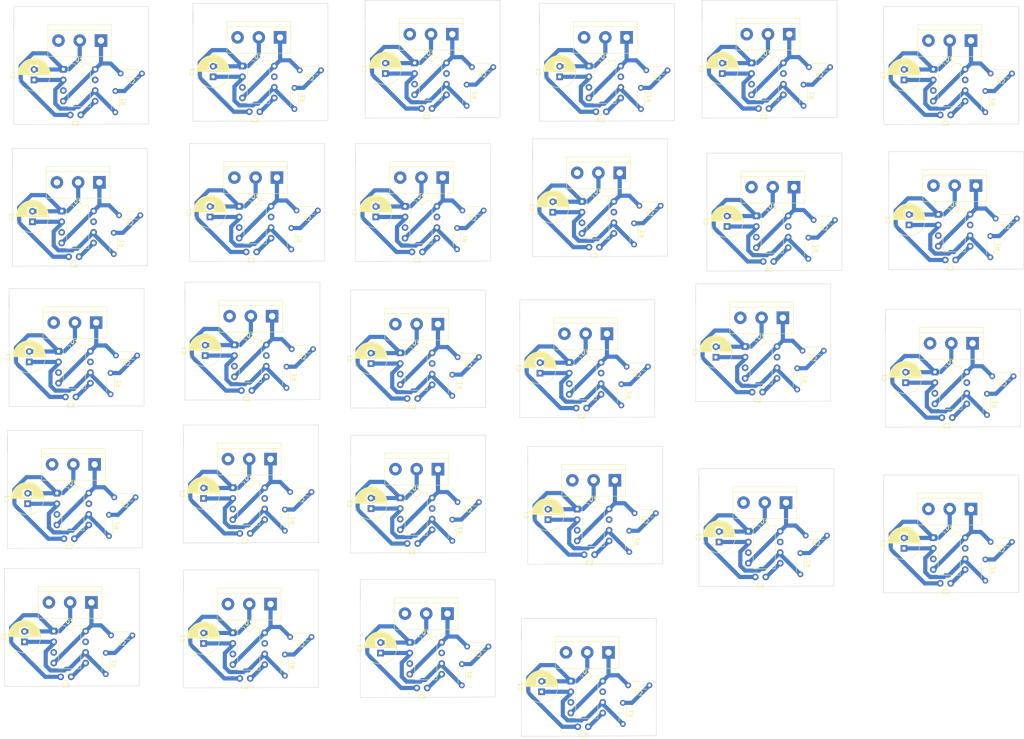
<source format=kicad_pcb>
(kicad_pcb (version 20211014) (generator pcbnew)
  (layers (0 "F.Cu" signal) (31 "B.Cu" signal) (34 "B.Paste" user) (35 "F.Paste" user) (36 "B.SilkS" user "B.Silkscreen") (37 "F.SilkS" user "F.Silkscreen") (38 "B.Mask" user) (39 "F.Mask" user) (44 "Edge.Cuts" user))
  (net 0 "")
  (net 1 "/6 y 2")
  (net 2 "GND")
  (net 3 "Net-(C2-Pad1)")
  (net 4 "+5V")
  (net 5 "/Señal")
  (net 6 "Net-(R1-Pad1)")
  (footprint "Capacitor_THT:CP_Radial_D7.5mm_P2.50mm" (layer "F.Cu") (at 105.2195 171.204395 90)
    (fp_text reference "C1")
    (fp_text value "C_Polarized_US")
  )
  (footprint "Capacitor_THT:C_Disc_D3.0mm_W1.6mm_P2.50mm" (layer "F.Cu") (at 74.4655 108.448 180)
    (fp_text reference "C2")
    (fp_text value "C_Polarized_US")
  )
  (footprint "Resistor_THT:R_Axial_DIN0204_L3.6mm_D1.6mm_P5.08mm_Horizontal" (layer "F.Cu") (at 90.9955 31.867 180)
    (fp_text reference "R2")
    (fp_text value "R_US")
  )
  (footprint "Resistor_THT:R_Axial_DIN0204_L3.6mm_D1.6mm_P5.08mm_Horizontal" (layer "F.Cu") (at 206.3115 35.296 -90)
    (fp_text reference "R1")
    (fp_text value "R_US")
  )
  (footprint "Capacitor_THT:C_Disc_D3.0mm_W1.6mm_P2.50mm" (layer "F.Cu") (at 241.4705 154.549 180)
    (fp_text reference "C2")
    (fp_text value "C_Polarized_US")
  )
  (footprint "Capacitor_THT:CP_Radial_D7.5mm_P2.50mm" (layer "F.Cu") (at 146.3675 65.794395 90)
    (fp_text reference "C1")
    (fp_text value "C_Polarized_US")
  )
  (footprint "Capacitor_THT:CP_Radial_D7.5mm_P2.50mm" (layer "F.Cu") (at 104.0765 66.937395 90)
    (fp_text reference "C1")
    (fp_text value "C_Polarized_US")
  )
  (footprint "Package_DIP:DIP-8_W7.62mm" (layer "F.Cu") (at 27.1245 165.989)
    (fp_text reference "U1")
    (fp_text value "NA555P")
  )
  (footprint "Package_DIP:DIP-8_W7.62mm" (layer "F.Cu") (at 153.3625 63.246)
    (fp_text reference "U1")
    (fp_text value "NA555P")
  )
  (footprint "Capacitor_THT:CP_Radial_D7.5mm_P2.50mm" (layer "F.Cu") (at 186.8805 32.647395 90)
    (fp_text reference "C1")
    (fp_text value "C_Polarized_US")
  )
  (footprint "Capacitor_THT:CP_Radial_D7.5mm_P2.50mm" (layer "F.Cu") (at 148.0185 33.409395 90)
    (fp_text reference "C1")
    (fp_text value "C_Polarized_US")
  )
  (footprint "Package_DIP:DIP-8_W7.62mm" (layer "F.Cu") (at 195.0185 66.675)
    (fp_text reference "U1")
    (fp_text value "NA555P")
  )
  (footprint "Resistor_THT:R_Axial_DIN0204_L3.6mm_D1.6mm_P5.08mm_Horizontal" (layer "F.Cu") (at 122.3645 104.638 -90)
    (fp_text reference "R1")
    (fp_text value "R_US")
  )
  (footprint "Resistor_THT:R_Axial_DIN0204_L3.6mm_D1.6mm_P5.08mm_Horizontal" (layer "F.Cu") (at 84.6455 36.058 -90)
    (fp_text reference "R1")
    (fp_text value "R_US")
  )
  (footprint "Resistor_THT:R_Axial_DIN0204_L3.6mm_D1.6mm_P5.08mm_Horizontal" (layer "F.Cu") (at 48.1965 32.629 180)
    (fp_text reference "R2")
    (fp_text value "R_US")
  )
  (footprint "Package_DIP:DIP-8_W7.62mm" (layer "F.Cu") (at 193.1135 142.113)
    (fp_text reference "U1")
    (fp_text value "NA555P")
  )
  (footprint "Resistor_THT:R_Axial_DIN0204_L3.6mm_D1.6mm_P5.08mm_Horizontal" (layer "F.Cu") (at 39.5605 171.186 -90)
    (fp_text reference "R1")
    (fp_text value "R_US")
  )
  (footprint "Capacitor_THT:CP_Radial_D7.5mm_P2.50mm" (layer "F.Cu") (at 63.3095 100.084395 90)
    (fp_text reference "C1")
    (fp_text value "C_Polarized_US")
  )
  (footprint "Capacitor_THT:CP_Radial_D7.5mm_P2.50mm" (layer "F.Cu") (at 64.4525 66.937395 90)
    (fp_text reference "C1")
    (fp_text value "C_Polarized_US")
  )
  (footprint "Capacitor_THT:C_Disc_D3.0mm_W1.6mm_P2.50mm" (layer "F.Cu") (at 157.5235 74.158 180)
    (fp_text reference "C2")
    (fp_text value "C_Polarized_US")
  )
  (footprint "Capacitor_THT:C_Disc_D3.0mm_W1.6mm_P2.50mm" (layer "F.Cu") (at 76.3705 41.773 180)
    (fp_text reference "C2")
    (fp_text value "C_Polarized_US")
  )
  (footprint "Resistor_THT:R_Axial_DIN0204_L3.6mm_D1.6mm_P5.08mm_Horizontal" (layer "F.Cu") (at 204.7875 103.114 -90)
    (fp_text reference "R1")
    (fp_text value "R_US")
  )
  (footprint "Resistor_THT:R_Axial_DIN0204_L3.6mm_D1.6mm_P5.08mm_Horizontal" (layer "F.Cu") (at 88.7095 167.376 180)
    (fp_text reference "R2")
    (fp_text value "R_US")
  )
  (footprint "Package_DIP:DIP-8_W7.62mm" (layer "F.Cu") (at 237.6905 104.013)
    (fp_text reference "U1")
    (fp_text value "NA555P")
  )
  (footprint "Resistor_THT:R_Axial_DIN0204_L3.6mm_D1.6mm_P5.08mm_Horizontal" (layer "F.Cu") (at 162.7505 106.924 -90)
    (fp_text reference "R1")
    (fp_text value "R_US")
  )
  (footprint "Package_DIP:DIP-8_W7.62mm" (layer "F.Cu") (at 109.9285 99.441)
    (fp_text reference "U1")
    (fp_text value "NA555P")
  )
  (footprint "Package_DIP:DIP-8_W7.62mm" (layer "F.Cu") (at 72.2095 30.861)
    (fp_text reference "U1")
    (fp_text value "NA555P")
  )
  (footprint "Resistor_THT:R_Axial_DIN0204_L3.6mm_D1.6mm_P5.08mm_Horizontal" (layer "F.Cu") (at 82.3595 136.896 -90)
    (fp_text reference "R1")
    (fp_text value "R_US")
  )
  (footprint "Resistor_THT:R_Axial_DIN0204_L3.6mm_D1.6mm_P5.08mm_Horizontal" (layer "F.Cu") (at 173.7995 31.867 180)
    (fp_text reference "R2")
    (fp_text value "R_US")
  )
  (footprint "Capacitor_THT:CP_Radial_D7.5mm_P2.50mm" (layer "F.Cu") (at 143.7005 180.475395 90)
    (fp_text reference "C1")
    (fp_text value "C_Polarized_US")
  )
  (footprint "Resistor_THT:R_Axial_DIN0204_L3.6mm_D1.6mm_P5.08mm_Horizontal" (layer "F.Cu") (at 250.1265 109.21 -90)
    (fp_text reference "R1")
    (fp_text value "R_US")
  )
  (footprint "Capacitor_THT:C_Disc_D3.0mm_W1.6mm_P2.50mm" (layer "F.Cu") (at 156.3805 147.691 180)
    (fp_text reference "C2")
    (fp_text value "C_Polarized_US")
  )
  (footprint "TerminalBlock:TerminalBlock_bornier-3_P5.08mm" (layer "F.Cu") (at 79.3115 90.668 180)
    (fp_text reference "J1")
    (fp_text value "Conn_01x03")
  )
  (footprint "Resistor_THT:R_Axial_DIN0204_L3.6mm_D1.6mm_P5.08mm_Horizontal" (layer "F.Cu") (at 47.8155 66.538 180)
    (fp_text reference "R2")
    (fp_text value "R_US")
  )
  (footprint "Package_DIP:DIP-8_W7.62mm" (layer "F.Cu") (at 109.9285 134.112)
    (fp_text reference "U1")
    (fp_text value "NA555P")
  )
  (footprint "TerminalBlock:TerminalBlock_bornier-3_P5.08mm" (layer "F.Cu") (at 201.3585 91.049 180)
    (fp_text reference "J1")
    (fp_text value "Conn_01x03")
  )
  (footprint "TerminalBlock:TerminalBlock_bornier-3_P5.08mm" (layer "F.Cu") (at 81.2165 23.993 180)
    (fp_text reference "J1")
    (fp_text value "Conn_01x03")
  )
  (footprint "TerminalBlock:TerminalBlock_bornier-3_P5.08mm" (layer "F.Cu") (at 202.8825 23.231 180)
    (fp_text reference "J1")
    (fp_text value "Conn_01x03")
  )
  (footprint "Package_DIP:DIP-8_W7.62mm" (layer "F.Cu") (at 237.3095 31.623)
    (fp_text reference "U1")
    (fp_text value "NA555P")
  )
  (footprint "Capacitor_THT:CP_Radial_D7.5mm_P2.50mm" (layer "F.Cu") (at 102.9335 101.989395 90)
    (fp_text reference "C1")
    (fp_text value "C_Polarized_US")
  )
  (footprint "TerminalBlock:TerminalBlock_bornier-3_P5.08mm" (layer "F.Cu") (at 246.3165 136.769 180)
    (fp_text reference "J1")
    (fp_text value "Conn_01x03")
  )
  (footprint "Package_DIP:DIP-8_W7.62mm" (layer "F.Cu") (at 70.3045 97.536)
    (fp_text reference "U1")
    (fp_text value "NA555P")
  )
  (footprint "Resistor_THT:R_Axial_DIN0204_L3.6mm_D1.6mm_P5.08mm_Horizontal" (layer "F.Cu") (at 249.7455 148.834 -90)
    (fp_text reference "R1")
    (fp_text value "R_US")
  )
  (footprint "TerminalBlock:TerminalBlock_bornier-3_P5.08mm" (layer "F.Cu") (at 122.3645 23.231 180)
    (fp_text reference "J1")
    (fp_text value "Conn_01x03")
  )
  (footprint "Resistor_THT:R_Axial_DIN0204_L3.6mm_D1.6mm_P5.08mm_Horizontal" (layer "F.Cu") (at 169.1005 102.733 180)
    (fp_text reference "R2")
    (fp_text value "R_US")
  )
  (footprint "Capacitor_THT:C_Disc_D3.0mm_W1.6mm_P2.50mm" (layer "F.Cu") (at 32.0475 143.881 180)
    (fp_text reference "C2")
    (fp_text value "C_Polarized_US")
  )
  (footprint "TerminalBlock:TerminalBlock_bornier-3_P5.08mm" (layer "F.Cu") (at 37.2745 92.192 180)
    (fp_text reference "J1")
    (fp_text value "Conn_01x03")
  )
  (footprint "Resistor_THT:R_Axial_DIN0204_L3.6mm_D1.6mm_P5.08mm_Horizontal" (layer "F.Cu") (at 249.7455 36.82 -90)
    (fp_text reference "R1")
    (fp_text value "R_US")
  )
  (footprint "Capacitor_THT:CP_Radial_D7.5mm_P2.50mm" (layer "F.Cu") (at 65.2145 33.409395 90)
    (fp_text reference "C1")
    (fp_text value "C_Polarized_US")
  )
  (footprint "TerminalBlock:TerminalBlock_bornier-3_P5.08mm" (layer "F.Cu") (at 120.0785 57.521 180)
    (fp_text reference "J1")
    (fp_text value "Conn_01x03")
  )
  (footprint "Package_DIP:DIP-8_W7.62mm" (layer "F.Cu") (at 113.3575 30.099)
    (fp_text reference "U1")
    (fp_text value "NA555P")
  )
  (footprint "Package_DIP:DIP-8_W7.62mm" (layer "F.Cu") (at 69.9235 166.37)
    (fp_text reference "U1")
    (fp_text value "NA555P")
  )
  (footprint "Capacitor_THT:CP_Radial_D7.5mm_P2.50mm" (layer "F.Cu") (at 22.4155 34.171395 90)
    (fp_text reference "C1")
    (fp_text value "C_Polarized_US")
  )
  (footprint "TerminalBlock:TerminalBlock_bornier-3_P5.08mm" (layer "F.Cu") (at 118.9355 127.244 180)
    (fp_text reference "J1")
    (fp_text value "Conn_01x03")
  )
  (footprint "TerminalBlock:TerminalBlock_bornier-3_P5.08mm" (layer "F.Cu") (at 159.7025 171.059 180)
    (fp_text reference "J1")
    (fp_text value "Conn_01x03")
  )
  (footprint "Resistor_THT:R_Axial_DIN0204_L3.6mm_D1.6mm_P5.08mm_Horizontal" (layer "F.Cu") (at 257.290774 67.315569 180)
    (fp_text reference "R2")
    (fp_text value "R_US")
  )
  (footprint "Resistor_THT:R_Axial_DIN0204_L3.6mm_D1.6mm_P5.08mm_Horizontal" (layer "F.Cu") (at 124.6505 173.853 -90)
    (fp_text reference "R1")
    (fp_text value "R_US")
  )
  (footprint "Package_DIP:DIP-8_W7.62mm" (layer "F.Cu") (at 71.4475 64.389)
    (fp_text reference "U1")
    (fp_text value "NA555P")
  )
  (footprint "Capacitor_THT:CP_Radial_D7.5mm_P2.50mm" (layer "F.Cu") (at 106.3625 32.647395 90)
    (fp_text reference "C1")
    (fp_text value "C_Polarized_US")
  )
  (footprint "Capacitor_THT:C_Disc_D3.0mm_W1.6mm_P2.50mm" (layer "F.Cu") (at 241.4705 42.535 180)
    (fp_text reference "C2")
    (fp_text value "C_Polarized_US")
  )
  (footprint "Resistor_THT:R_Axial_DIN0204_L3.6mm_D1.6mm_P5.08mm_Horizontal" (layer "F.Cu") (at 128.7145 135.118 180)
    (fp_text reference "R2")
    (fp_text value "R_US")
  )
  (footprint "Resistor_THT:R_Axial_DIN0204_L3.6mm_D1.6mm_P5.08mm_Horizontal" (layer "F.Cu") (at 256.4765 105.019 180)
    (fp_text reference "R2")
    (fp_text value "R_US")
  )
  (footprint "Resistor_THT:R_Axial_DIN0204_L3.6mm_D1.6mm_P5.08mm_Horizontal" (layer "F.Cu") (at 207.4545 71.872 -90)
    (fp_text reference "R1")
    (fp_text value "R_US")
  )
  (footprint "TerminalBlock:TerminalBlock_bornier-3_P5.08mm" (layer "F.Cu") (at 246.6975 97.145 180)
    (fp_text reference "J1")
    (fp_text value "Conn_01x03")
  )
  (footprint "Capacitor_THT:CP_Radial_D7.5mm_P2.50mm" (layer "F.Cu") (at 231.509774 68.857964 90)
    (fp_text reference "C1")
    (fp_text value "C_Polarized_US")
  )
  (footprint "Resistor_THT:R_Axial_DIN0204_L3.6mm_D1.6mm_P5.08mm_Horizontal" (layer "F.Cu") (at 128.7145 100.447 180)
    (fp_text reference "R2")
    (fp_text value "R_US")
  )
  (footprint "TerminalBlock:TerminalBlock_bornier-3_P5.08mm" (layer "F.Cu") (at 36.1315 159.121 180)
    (fp_text reference "J1")
    (fp_text value "Conn_01x03")
  )
  (footprint "Capacitor_THT:C_Disc_D3.0mm_W1.6mm_P2.50mm" (layer "F.Cu") (at 31.2855 176.901 180)
    (fp_text reference "C2")
    (fp_text value "C_Polarized_US")
  )
  (footprint "Package_DIP:DIP-8_W7.62mm" (layer "F.Cu") (at 193.8755 30.099)
    (fp_text reference "U1")
    (fp_text value "NA555P")
  )
  (footprint "TerminalBlock:TerminalBlock_bornier-3_P5.08mm" (layer "F.Cu") (at 161.2265 129.911 180)
    (fp_text reference "J1")
    (fp_text value "Conn_01x03")
  )
  (footprint "TerminalBlock:TerminalBlock_bornier-3_P5.08mm" (layer "F.Cu") (at 78.9305 124.831 180)
    (fp_text reference "J1")
    (fp_text value "Conn_01x03")
  )
  (footprint "Package_DIP:DIP-8_W7.62mm" (layer "F.Cu") (at 150.3145 101.727)
    (fp_text reference "U1")
    (fp_text value "NA555P")
  )
  (footprint "Resistor_THT:R_Axial_DIN0204_L3.6mm_D1.6mm_P5.08mm_Horizontal" (layer "F.Cu") (at 129.8575 65.395 180)
    (fp_text reference "R2")
    (fp_text value "R_US")
  )
  (footprint "TerminalBlock:TerminalBlock_bornier-3_P5.08mm" (layer "F.Cu") (at 118.9355 92.573 180)
    (fp_text reference "J1")
    (fp_text value "Conn_01x03")
  )
  (footprint "Package_DIP:DIP-8_W7.62mm" (layer "F.Cu") (at 29.0295 65.532)
    (fp_text reference "U1")
    (fp_text value "NA555P")
  )
  (footprint "Resistor_THT:R_Axial_DIN0204_L3.6mm_D1.6mm_P5.08mm_Horizontal" (layer "F.Cu") (at 47.0535 100.066 180)
    (fp_text reference "R2")
    (fp_text value "R_US")
  )
  (footprint "TerminalBlock:TerminalBlock_bornier-3_P5.08mm" (layer "F.Cu") (at 246.3165 24.755 180)
    (fp_text reference "J1")
    (fp_text value "Conn_01x03")
  )
  (footprint "Resistor_THT:R_Axial_DIN0204_L3.6mm_D1.6mm_P5.08mm_Horizontal" (layer "F.Cu") (at 40.7035 104.257 -90)
    (fp_text reference "R1")
    (fp_text value "R_US")
  )
  (footprint "Capacitor_THT:CP_Radial_D7.5mm_P2.50mm" (layer "F.Cu") (at 21.2725 101.608395 90)
    (fp_text reference "C1")
    (fp_text value "C_Polarized_US")
  )
  (footprint "Package_DIP:DIP-8_W7.62mm" (layer "F.Cu") (at 27.8865 132.969)
    (fp_text reference "U1")
    (fp_text value "NA555P")
  )
  (footprint "Resistor_THT:R_Axial_DIN0204_L3.6mm_D1.6mm_P5.08mm_Horizontal" (layer "F.Cu") (at 256.0955 144.643 180)
    (fp_text reference "R2")
    (fp_text value "R_US")
  )
  (footprint "Capacitor_THT:C_Disc_D3.0mm_W1.6mm_P2.50mm" (layer "F.Cu") (at 198.0365 41.011 180)
    (fp_text reference "C2")
    (fp_text value "C_Polarized_US")
  )
  (footprint "TerminalBlock:TerminalBlock_bornier-3_P5.08mm" (layer "F.Cu") (at 36.8935 126.101 180)
    (fp_text reference "J1")
    (fp_text value "Conn_01x03")
  )
  (footprint "Resistor_THT:R_Axial_DIN0204_L3.6mm_D1.6mm_P5.08mm_Horizontal" (layer "F.Cu") (at 125.7935 35.296 -90)
    (fp_text reference "R1")
    (fp_text value "R_US")
  )
  (footprint "TerminalBlock:TerminalBlock_bornier-3_P5.08mm" (layer "F.Cu") (at 247.511774 59.441569 180)
    (fp_text reference "J1")
    (fp_text value "Conn_01x03")
  )
  (footprint "Package_DIP:DIP-8_W7.62mm" (layer "F.Cu") (at 150.6955 177.927)
    (fp_text reference "U1")
    (fp_text value "NA555P")
  )
  (footprint "Capacitor_THT:C_Disc_D3.0mm_W1.6mm_P2.50mm" (layer "F.Cu") (at 32.4285 109.972 180)
    (fp_text reference "C2")
    (fp_text value "C_Polarized_US")
  )
  (footprint "Capacitor_THT:C_Disc_D3.0mm_W1.6mm_P2.50mm" (layer "F.Cu") (at 154.8565 188.839 180)
    (fp_text reference "C2")
    (fp_text value "C_Polarized_US")
  )
  (footprint "Resistor_THT:R_Axial_DIN0204_L3.6mm_D1.6mm_P5.08mm_Horizontal" (layer "F.Cu") (at 46.6725 133.975 180)
    (fp_text reference "R2")
    (fp_text value "R_US")
  )
  (footprint "Capacitor_THT:C_Disc_D3.0mm_W1.6mm_P2.50mm" (layer "F.Cu") (at 197.2745 153.025 180)
    (fp_text reference "C2")
    (fp_text value "C_Polarized_US")
  )
  (footprint "Resistor_THT:R_Axial_DIN0204_L3.6mm_D1.6mm_P5.08mm_Horizontal" (layer "F.Cu") (at 172.1485 64.252 180)
    (fp_text reference "R2")
    (fp_text value "R_US")
  )
  (footprint "Resistor_THT:R_Axial_DIN0204_L3.6mm_D1.6mm_P5.08mm_Horizontal" (layer "F.Cu") (at 212.6615 31.105 180)
    (fp_text reference "R2")
    (fp_text value "R_US")
  )
  (footprint "Capacitor_THT:CP_Radial_D7.5mm_P2.50mm" (layer "F.Cu") (at 185.3565 100.465395 90)
    (fp_text reference "C1")
    (fp_text value "C_Polarized_US")
  )
  (footprint "Resistor_THT:R_Axial_DIN0204_L3.6mm_D1.6mm_P5.08mm_Horizontal" (layer "F.Cu") (at 213.8045 67.681 180)
    (fp_text reference "R2")
    (fp_text value "R_US")
  )
  (footprint "Capacitor_THT:CP_Radial_D7.5mm_P2.50mm" (layer "F.Cu") (at 143.3195 104.275395 90)
    (fp_text reference "C1")
    (fp_text value "C_Polarized_US")
  )
  (footprint "Resistor_THT:R_Axial_DIN0204_L3.6mm_D1.6mm_P5.08mm_Horizontal" (layer "F.Cu") (at 89.0905 98.542 180)
    (fp_text reference "R2")
    (fp_text value "R_US")
  )
  (footprint "Capacitor_THT:C_Disc_D3.0mm_W1.6mm_P2.50mm" (layer "F.Cu") (at 199.1795 77.587 180)
    (fp_text reference "C2")
    (fp_text value "C_Polarized_US")
  )
  (footprint "Package_DIP:DIP-8_W7.62mm" (layer "F.Cu") (at 152.2195 136.779)
    (fp_text reference "U1")
    (fp_text value "NA555P")
  )
  (footprint "Capacitor_THT:C_Disc_D3.0mm_W1.6mm_P2.50mm" (layer "F.Cu") (at 159.1745 41.773 180)
    (fp_text reference "C2")
    (fp_text value "C_Polarized_US")
  )
  (footprint "TerminalBlock:TerminalBlock_bornier-3_P5.08mm" (layer "F.Cu") (at 78.9305 159.502 180)
    (fp_text reference "J1")
    (fp_text value "Conn_01x03")
  )
  (footprint "Capacitor_THT:CP_Radial_D7.5mm_P2.50mm" (layer "F.Cu") (at 62.9285 134.247395 90)
    (fp_text reference "C1")
    (fp_text value "C_Polarized_US")
  )
  (footprint "Capacitor_THT:C_Disc_D3.0mm_W1.6mm_P2.50mm" (layer "F.Cu") (at 242.665774 77.221569 180)
    (fp_text reference "C2")
    (fp_text value "C_Polarized_US")
  )
  (footprint "Capacitor_THT:C_Disc_D3.0mm_W1.6mm_P2.50mm" (layer "F.Cu") (at 114.0895 145.024 180)
    (fp_text reference "C2")
    (fp_text value "C_Polarized_US")
  )
  (footprint "Capacitor_THT:CP_Radial_D7.5mm_P2.50mm" (layer "F.Cu") (at 20.8915 135.517395 90)
    (fp_text reference "C1")
    (fp_text value "C_Polarized_US")
  )
  (footprint "Resistor_THT:R_Axial_DIN0204_L3.6mm_D1.6mm_P5.08mm_Horizontal" (layer "F.Cu") (at 163.1315 183.124 -90)
    (fp_text reference "R1")
    (fp_text value "R_US")
  )
  (footprint "Capacitor_THT:CP_Radial_D7.5mm_P2.50mm" (layer "F.Cu") (at 145.2245 139.327395 90)
    (fp_text reference "C1")
    (fp_text value "C_Polarized_US")
  )
  (footprint "Resistor_THT:R_Axial_DIN0204_L3.6mm_D1.6mm_P5.08mm_Horizontal" (layer "F.Cu") (at 123.5075 69.586 -90)
    (fp_text reference "R1")
    (fp_text value "R_US")
  )
  (footprint "Package_DIP:DIP-8_W7.62mm" (layer "F.Cu") (at 192.3515 97.917)
    (fp_text reference "U1")
    (fp_text value "NA555P")
  )
  (footprint "Resistor_THT:R_Axial_DIN0204_L3.6mm_D1.6mm_P5.08mm_Horizontal" (layer "F.Cu") (at 205.5495 147.31 -90)
    (fp_text reference "R1")
    (fp_text value "R_US")
  )
  (footprint "Package_DIP:DIP-8_W7.62mm" (layer "F.Cu") (at 29.4105 31.623)
    (fp_text reference "U1")
    (fp_text value "NA555P")
  )
  (footprint "TerminalBlock:TerminalBlock_bornier-3_P5.08mm" (layer "F.Cu") (at 202.1205 135.245 180)
    (fp_text reference "J1")
    (fp_text value "Conn_01x03")
  )
  (footprint "Capacitor_THT:CP_Radial_D7.5mm_P2.50mm" (layer "F.Cu") (at 230.6955 106.561395 90)
    (fp_text reference "C1")
    (fp_text value "C_Polarized_US")
  )
  (footprint "Resistor_THT:R_Axial_DIN0204_L3.6mm_D1.6mm_P5.08mm_Horizontal" (layer "F.Cu") (at 165.7985 68.443 -90)
    (fp_text reference "R1")
    (fp_text value "R_US")
  )
  (footprint "Resistor_THT:R_Axial_DIN0204_L3.6mm_D1.6mm_P5.08mm_Horizontal" (layer "F.Cu") (at 90.2335 65.395 180)
    (fp_text reference "R2")
    (fp_text value "R_US")
  )
  (footprint "Resistor_THT:R_Axial_DIN0204_L3.6mm_D1.6mm_P5.08mm_Horizontal" (layer "F.Cu") (at 83.8835 69.586 -90)
    (fp_text reference "R1")
    (fp_text value "R_US")
  )
  (footprint "Capacitor_THT:CP_Radial_D7.5mm_P2.50mm" (layer "F.Cu") (at 62.9285 168.918395 90)
    (fp_text reference "C1")
    (fp_text value "C_Polarized_US")
  )
  (footprint "Resistor_THT:R_Axial_DIN0204_L3.6mm_D1.6mm_P5.08mm_Horizontal" (layer "F.Cu") (at 122.3645 139.309 -90)
    (fp_text reference "R1")
    (fp_text value "R_US")
  )
  (footprint "TerminalBlock:TerminalBlock_bornier-3_P5.08mm" (layer "F.Cu") (at 38.4175 24.755 180)
    (fp_text reference "J1")
    (fp_text value "Conn_01x03")
  )
  (footprint "Capacitor_THT:C_Disc_D3.0mm_W1.6mm_P2.50mm" (layer "F.Cu") (at 117.5185 41.011 180)
    (fp_text reference "C2")
    (fp_text value "C_Polarized_US")
  )
  (footprint "Resistor_THT:R_Axial_DIN0204_L3.6mm_D1.6mm_P5.08mm_Horizontal" (layer "F.Cu") (at 41.4655 70.729 -90)
    (fp_text reference "R1")
    (fp_text value "R_US")
  )
  (footprint "Package_DIP:DIP-8_W7.62mm" (layer "F.Cu") (at 112.2145 168.656)
    (fp_text reference "U1")
    (fp_text value "NA555P")
  )
  (footprint "Package_DIP:DIP-8_W7.62mm" (layer "F.Cu") (at 238.504774 66.309569)
    (fp_text reference "U1")
    (fp_text value "NA555P")
  )
  (footprint "Capacitor_THT:C_Disc_D3.0mm_W1.6mm_P2.50mm" (layer "F.Cu") (at 33.5715 42.535 180)
    (fp_text reference "C2")
    (fp_text value "C_Polarized_US")
  )
  (footprint "Capacitor_THT:C_Disc_D3.0mm_W1.6mm_P2.50mm" (layer "F.Cu") (at 116.3755 179.568 180)
    (fp_text reference "C2")
    (fp_text value "C_Polarized_US")
  )
  (footprint "Resistor_THT:R_Axial_DIN0204_L3.6mm_D1.6mm_P5.08mm_Horizontal" (layer "F.Cu") (at 250.940774 71.506569 -90)
    (fp_text reference "R1")
    (fp_text value "R_US")
  )
  (footprint "TerminalBlock:TerminalBlock_bornier-3_P5.08mm" (layer "F.Cu") (at 164.0205 23.993 180)
    (fp_text reference "J1")
    (fp_text value "Conn_01x03")
  )
  (footprint "Capacitor_THT:CP_Radial_D7.5mm_P2.50mm" (layer "F.Cu") (at 230.3145 146.185395 90)
    (fp_text reference "C1")
    (fp_text value "C_Polarized_US")
  )
  (footprint "Resistor_THT:R_Axial_DIN0204_L3.6mm_D1.6mm_P5.08mm_Horizontal" (layer "F.Cu") (at 169.4815 178.933 180)
    (fp_text reference "R2")
    (fp_text value "R_US")
  )
  (footprint "Resistor_THT:R_Axial_DIN0204_L3.6mm_D1.6mm_P5.08mm_Horizontal" (layer "F.Cu") (at 40.3225 138.166 -90)
    (fp_text reference "R1")
    (fp_text value "R_US")
  )
  (footprint "Capacitor_THT:CP_Radial_D7.5mm_P2.50mm" (layer "F.Cu") (at 102.9335 136.660395 90)
    (fp_text reference "C1")
    (fp_text value "C_Polarized_US")
  )
  (footprint "Capacitor_THT:CP_Radial_D7.5mm_P2.50mm" (layer "F.Cu") (at 188.0235 69.223395 90)
    (fp_text reference "C1")
    (fp_text value "C_Polarized_US")
  )
  (footprint "TerminalBlock:TerminalBlock_bornier-3_P5.08mm" (layer "F.Cu") (at 204.0255 59.807 180)
    (fp_text reference "J1")
    (fp_text value "Conn_01x03")
  )
  (footprint "Capacitor_THT:C_Disc_D3.0mm_W1.6mm_P2.50mm" (layer "F.Cu") (at 75.6085 75.301 180)
    (fp_text reference "C2")
    (fp_text value "C_Polarized_US")
  )
  (footprint "Capacitor_THT:C_Disc_D3.0mm_W1.6mm_P2.50mm" (layer "F.Cu") (at 115.2325 75.301 180)
    (fp_text reference "C2")
    (fp_text value "C_Polarized_US")
  )
  (footprint "Capacitor_THT:C_Disc_D3.0mm_W1.6mm_P2.50mm" (layer "F.Cu") (at 33.1905 76.444 180)
    (fp_text reference "C2")
    (fp_text value "C_Polarized_US")
  )
  (footprint "TerminalBlock:TerminalBlock_bornier-3_P5.08mm" (layer "F.Cu") (at 159.3215 94.859 180)
    (fp_text reference "J1")
    (fp_text value "Conn_01x03")
  )
  (footprint "Resistor_THT:R_Axial_DIN0204_L3.6mm_D1.6mm_P5.08mm_Horizontal" (layer "F.Cu") (at 171.0055 137.785 180)
    (fp_text reference "R2")
    (fp_text value "R_US")
  )
  (footprint "Resistor_THT:R_Axial_DIN0204_L3.6mm_D1.6mm_P5.08mm_Horizontal" (layer "F.Cu") (at 211.8995 143.119 180)
    (fp_text reference "R2")
    (fp_text value "R_US")
  )
  (footprint "Capacitor_THT:C_Disc_D3.0mm_W1.6mm_P2.50mm" (layer "F.Cu") (at 74.0845 177.282 180)
    (fp_text reference "C2")
    (fp_text value "C_Polarized_US")
  )
  (footprint "TerminalBlock:TerminalBlock_bornier-3_P5.08mm" (layer "F.Cu") (at 162.3695 56.378 180)
    (fp_text reference "J1")
    (fp_text value "Conn_01x03")
  )
  (footprint "Capacitor_THT:CP_Radial_D7.5mm_P2.50mm" (layer "F.Cu") (at 22.0345 68.080395 90)
    (fp_text reference "C1")
    (fp_text value "C_Polarized_US")
  )
  (footprint "TerminalBlock:TerminalBlock_bornier-3_P5.08mm" (layer "F.Cu") (at 121.2215 161.788 180)
    (fp_text reference "J1")
    (fp_text value "Conn_01x03")
  )
  (footprint "Resistor_THT:R_Axial_DIN0204_L3.6mm_D1.6mm_P5.08mm_Horizontal" (layer "F.Cu") (at 211.1375 98.923 180)
    (fp_text reference "R2")
    (fp_text value "R_US")
  )
  (footprint "Resistor_THT:R_Axial_DIN0204_L3.6mm_D1.6mm_P5.08mm_Horizontal" (layer "F.Cu") (at 167.4495 36.058 -90)
    (fp_text reference "R1")
    (fp_text value "R_US")
  )
  (footprint "Resistor_THT:R_Axial_DIN0204_L3.6mm_D1.6mm_P5.08mm_Horizontal" (layer "F.Cu") (at 164.6555 141.976 -90)
    (fp_text reference "R1")
    (fp_text value "R_US")
  )
  (footprint "TerminalBlock:TerminalBlock_bornier-3_P5.08mm" (layer "F.Cu") (at 38.0365 58.664 180)
    (fp_text reference "J1")
    (fp_text value "Conn_01x03")
  )
  (footprint "Capacitor_THT:C_Disc_D3.0mm_W1.6mm_P2.50mm" (layer "F.Cu") (at 114.0895 110.353 180)
    (fp_text reference "C2")
    (fp_text value "C_Polarized_US")
  )
  (footprint "Capacitor_THT:CP_Radial_D7.5mm_P2.50mm" (layer "F.Cu") (at 20.1295 168.537395 90)
    (fp_text reference "C1")
    (fp_text value "C_Polarized_US")
  )
  (footprint "Capacitor_THT:C_Disc_D3.0mm_W1.6mm_P2.50mm" (layer "F.Cu") (at 154.4755 112.639 180)
    (fp_text reference "C2")
    (fp_text value "C_Polarized_US")
  )
  (footprint "Capacitor_THT:CP_Radial_D7.5mm_P2.50mm" (layer "F.Cu") (at 186.1185 144.661395 90)
    (fp_text reference "C1")
    (fp_text value "C_Polarized_US")
  )
  (footprint "Resistor_THT:R_Axial_DIN0204_L3.6mm_D1.6mm_P5.08mm_Horizontal" (layer "F.Cu") (at 82.3595 171.567 -90)
    (fp_text reference "R1")
    (fp_text value "R_US")
  )
  (footprint "Resistor_THT:R_Axial_DIN0204_L3.6mm_D1.6mm_P5.08mm_Horizontal" (layer "F.Cu") (at 41.8465 36.82 -90)
    (fp_text reference "R1")
    (fp_text value "R_US")
  )
  (footprint "Package_DIP:DIP-8_W7.62mm" (layer "F.Cu") (at 237.3095 143.637)
    (fp_text reference "U1")
    (fp_text value "NA555P")
  )
  (footprint "Capacitor_THT:C_Disc_D3.0mm_W1.6mm_P2.50mm" (layer "F.Cu") (at 241.8515 114.925 180)
    (fp_text reference "C2")
    (fp_text value "C_Polarized_US")
  )
  (footprint "Resistor_THT:R_Axial_DIN0204_L3.6mm_D1.6mm_P5.08mm_Horizontal" (layer "F.Cu") (at 256.0955 32.629 180)
    (fp_text reference "R2")
    (fp_text value "R_US")
  )
  (footprint "Capacitor_THT:C_Disc_D3.0mm_W1.6mm_P2.50mm" (layer "F.Cu") (at 196.5125 108.829 180)
    (fp_text reference "C2")
    (fp_text value "C_Polarized_US")
  )
  (footprint "Resistor_THT:R_Axial_DIN0204_L3.6mm_D1.6mm_P5.08mm_Horizontal" (layer "F.Cu") (at 132.1435 31.105 180)
    (fp_text reference "R2")
    (fp_text value "R_US")
  )
  (footprint "Package_DIP:DIP-8_W7.62mm" (layer "F.Cu") (at 69.9235 131.699)
    (fp_text reference "U1")
    (fp_text value "NA555P")
  )
  (footprint "Resistor_THT:R_Axial_DIN0204_L3.6mm_D1.6mm_P5.08mm_Horizontal" (layer "F.Cu") (at 88.7095 132.705 180)
    (fp_text reference "R2")
    (fp_text value "R_US")
  )
  (footprint "Package_DIP:DIP-8_W7.62mm" (layer "F.Cu") (at 28.2675 99.06)
    (fp_text reference "U1")
    (fp_text value "NA555P")
  )
  (footprint "Capacitor_THT:C_Disc_D3.0mm_W1.6mm_P2.50mm" (layer "F.Cu") (at 74.0845 142.611 180)
    (fp_text reference "C2")
    (fp_text value "C_Polarized_US")
  )
  (footprint "Resistor_THT:R_Axial_DIN0204_L3.6mm_D1.6mm_P5.08mm_Horizontal" (layer "F.Cu") (at 45.9105 166.995 180)
    (fp_text reference "R2")
    (fp_text value "R_US")
  )
  (footprint "TerminalBlock:TerminalBlock_bornier-3_P5.08mm" (layer "F.Cu") (at 80.4545 57.521 180)
    (fp_text reference "J1")
    (fp_text value "Conn_01x03")
  )
  (footprint "Package_DIP:DIP-8_W7.62mm" (layer "F.Cu") (at 155.0135 30.861)
    (fp_text reference "U1")
    (fp_text value "NA555P")
  )
  (footprint "Package_DIP:DIP-8_W7.62mm" (layer "F.Cu") (at 111.0715 64.389)
    (fp_text reference "U1")
    (fp_text value "NA555P")
  )
  (footprint "Capacitor_THT:CP_Radial_D7.5mm_P2.50mm" (layer "F.Cu") (at 230.3145 34.171395 90)
    (fp_text reference "C1")
    (fp_text value "C_Polarized_US")
  )
  (footprint "Resistor_THT:R_Axial_DIN0204_L3.6mm_D1.6mm_P5.08mm_Horizontal" (layer "F.Cu") (at 82.7405 102.733 -90)
    (fp_text reference "R1")
    (fp_text value "R_US")
  )
  (footprint "Resistor_THT:R_Axial_DIN0204_L3.6mm_D1.6mm_P5.08mm_Horizontal" (layer "F.Cu") (at 131.0005 169.662 180)
    (fp_text reference "R2")
    (fp_text value "R_US")
  )
  (gr_line (start 92.6465 43.932) (end 92.6465 15.865) (layer "Edge.Cuts") (width 0.1))
  (gr_line (start 175.4505 15.865) (end 143.1925 15.865) (layer "Edge.Cuts") (width 0.1))
  (gr_line (start 170.7515 86.731) (end 138.4935 86.731) (layer "Edge.Cuts") (width 0.1))
  (gr_line (start 225.4885 44.821) (end 257.7465 44.694) (layer "Edge.Cuts") (width 0.1))
  (gr_line (start 58.1025 118.608) (end 58.1025 144.897) (layer "Edge.Cuts") (width 0.1))
  (gr_line (start 226.683774 53.218569) (end 226.683774 79.507569) (layer "Edge.Cuts") (width 0.1))
  (gr_line (start 58.4835 110.734) (end 90.7415 110.607) (layer "Edge.Cuts") (width 0.1))
  (gr_line (start 15.3035 152.898) (end 15.3035 179.187) (layer "Edge.Cuts") (width 0.1))
  (gr_line (start 100.3935 155.565) (end 100.3935 181.854) (layer "Edge.Cuts") (width 0.1))
  (gr_line (start 98.1075 147.31) (end 130.3655 147.183) (layer "Edge.Cuts") (width 0.1))
  (gr_line (start 58.1025 179.568) (end 90.3605 179.441) (layer "Edge.Cuts") (width 0.1))
  (gr_line (start 258.1275 117.084) (end 258.1275 89.017) (layer "Edge.Cuts") (width 0.1))
  (gr_line (start 225.4885 16.627) (end 225.4885 21.58) (layer "Edge.Cuts") (width 0.1))
  (gr_line (start 16.0655 117.973) (end 16.0655 122.926) (layer "Edge.Cuts") (width 0.1))
  (gr_line (start 143.1925 44.059) (end 175.4505 43.932) (layer "Edge.Cuts") (width 0.1))
  (gr_line (start 17.2085 52.441) (end 17.2085 78.73) (layer "Edge.Cuts") (width 0.1))
  (gr_line (start 138.4935 88.636) (end 138.4935 114.925) (layer "Edge.Cuts") (width 0.1))
  (gr_line (start 101.5365 15.103) (end 101.5365 20.056) (layer "Edge.Cuts") (width 0.1))
  (gr_line (start 182.0545 17.008) (end 182.0545 43.297) (layer "Edge.Cuts") (width 0.1))
  (gr_line (start 58.4835 84.445) (end 58.4835 110.734) (layer "Edge.Cuts") (width 0.1))
  (gr_line (start 173.7995 76.317) (end 173.7995 48.25) (layer "Edge.Cuts") (width 0.1))
  (gr_line (start 182.0545 15.103) (end 182.0545 20.056) (layer "Edge.Cuts") (width 0.1))
  (gr_line (start 130.3655 84.445) (end 98.1075 84.445) (layer "Edge.Cuts") (width 0.1))
  (gr_line (start 226.683774 51.313569) (end 226.683774 56.266569) (layer "Edge.Cuts") (width 0.1))
  (gr_line (start 47.5615 150.993) (end 15.3035 150.993) (layer "Edge.Cuts") (width 0.1))
  (gr_line (start 225.4885 130.546) (end 225.4885 156.835) (layer "Edge.Cuts") (width 0.1))
  (gr_line (start 48.3235 117.973) (end 16.0655 117.973) (layer "Edge.Cuts") (width 0.1))
  (gr_line (start 140.3985 149.977) (end 172.6565 149.85) (layer "Edge.Cuts") (width 0.1))
  (gr_line (start 225.8695 89.017) (end 225.8695 93.97) (layer "Edge.Cuts") (width 0.1))
  (gr_line (start 92.6465 15.865) (end 60.3885 15.865) (layer "Edge.Cuts") (width 0.1))
  (gr_line (start 141.5415 76.444) (end 173.7995 76.317) (layer "Edge.Cuts") (width 0.1))
  (gr_line (start 213.5505 155.184) (end 213.5505 127.117) (layer "Edge.Cuts") (width 0.1))
  (gr_line (start 143.1925 17.77) (end 143.1925 44.059) (layer "Edge.Cuts") (width 0.1))
  (gr_line (start 212.7885 110.988) (end 212.7885 82.921) (layer "Edge.Cuts") (width 0.1))
  (gr_line (start 258.941774 51.313569) (end 226.683774 51.313569) (layer "Edge.Cuts") (width 0.1))
  (gr_line (start 16.4465 85.969) (end 16.4465 112.258) (layer "Edge.Cuts") (width 0.1))
  (gr_line (start 60.3885 17.77) (end 60.3885 44.059) (layer "Edge.Cuts") (width 0.1))
  (gr_line (start 17.5895 18.532) (end 17.5895 44.821) (layer "Edge.Cuts") (width 0.1))
  (gr_line (start 141.5415 50.155) (end 141.5415 76.444) (layer "Edge.Cuts") (width 0.1))
  (gr_line (start 58.1025 153.279) (end 58.1025 179.568) (layer "Edge.Cuts") (width 0.1))
  (gr_line (start 90.7415 110.607) (end 90.7415 82.54) (layer "Edge.Cuts") (width 0.1))
  (gr_line (start 212.7885 82.921) (end 180.5305 82.921) (layer "Edge.Cuts") (width 0.1))
  (gr_line (start 59.6265 77.587) (end 91.8845 77.46) (layer "Edge.Cuts") (width 0.1))
  (gr_line (start 141.5415 48.25) (end 141.5415 53.203) (layer "Edge.Cuts") (width 0.1))
  (gr_line (start 182.0545 43.297) (end 214.3125 43.17) (layer "Edge.Cuts") (width 0.1))
  (gr_line (start 15.3035 150.993) (end 15.3035 155.946) (layer "Edge.Cuts") (width 0.1))
  (gr_line (start 98.1075 121.021) (end 98.1075 147.31) (layer "Edge.Cuts") (width 0.1))
  (gr_line (start 257.7465 16.627) (end 225.4885 16.627) (layer "Edge.Cuts") (width 0.1))
  (gr_line (start 213.5505 127.117) (end 181.2925 127.117) (layer "Edge.Cuts") (width 0.1))
  (gr_line (start 257.7465 128.641) (end 225.4885 128.641) (layer "Edge.Cuts") (width 0.1))
  (gr_line (start 90.7415 82.54) (end 58.4835 82.54) (layer "Edge.Cuts") (width 0.1))
  (gr_line (start 132.6515 153.66) (end 100.3935 153.66) (layer "Edge.Cuts") (width 0.1))
  (gr_line (start 138.8745 164.836) (end 138.8745 191.125) (layer "Edge.Cuts") (width 0.1))
  (gr_line (start 258.1275 89.017) (end 225.8695 89.017) (layer "Edge.Cuts") (width 0.1))
  (gr_line (start 60.3885 44.059) (end 92.6465 43.932) (layer "Edge.Cuts") (width 0.1))
  (gr_line (start 175.4505 43.932) (end 175.4505 15.865) (layer "Edge.Cuts") (width 0.1))
  (gr_line (start 91.8845 77.46) (end 91.8845 49.393) (layer "Edge.Cuts") (width 0.1))
  (gr_line (start 60.3885 15.865) (end 60.3885 20.818) (layer "Edge.Cuts") (width 0.1))
  (gr_line (start 215.4555 79.746) (end 215.4555 51.679) (layer "Edge.Cuts") (width 0.1))
  (gr_line (start 48.7045 84.064) (end 16.4465 84.064) (layer "Edge.Cuts") (width 0.1))
  (gr_line (start 58.1025 151.374) (end 58.1025 156.327) (layer "Edge.Cuts") (width 0.1))
  (gr_line (start 140.3985 121.783) (end 140.3985 126.736) (layer "Edge.Cuts") (width 0.1))
  (gr_line (start 17.2085 78.73) (end 49.4665 78.603) (layer "Edge.Cuts") (width 0.1))
  (gr_line (start 58.1025 116.703) (end 58.1025 121.656) (layer "Edge.Cuts") (width 0.1))
  (gr_line (start 100.3935 153.66) (end 100.3935 158.613) (layer "Edge.Cuts") (width 0.1))
  (gr_line (start 130.3655 119.116) (end 98.1075 119.116) (layer "Edge.Cuts") (width 0.1))
  (gr_line (start 181.2925 129.022) (end 181.2925 155.311) (layer "Edge.Cuts") (width 0.1))
  (gr_line (start 132.6515 181.727) (end 132.6515 153.66) (layer "Edge.Cuts") (width 0.1))
  (gr_line (start 17.2085 50.536) (end 17.2085 55.489) (layer "Edge.Cuts") (width 0.1))
  (gr_line (start 99.2505 77.587) (end 131.5085 77.46) (layer "Edge.Cuts") (width 0.1))
  (gr_line (start 16.4465 84.064) (end 16.4465 89.017) (layer "Edge.Cuts") (width 0.1))
  (gr_line (start 99.2505 51.298) (end 99.2505 77.587) (layer "Edge.Cuts") (width 0.1))
  (gr_line (start 226.683774 79.507569) (end 258.941774 79.380569) (layer "Edge.Cuts") (width 0.1))
  (gr_line (start 225.8695 90.922) (end 225.8695 117.211) (layer "Edge.Cuts") (width 0.1))
  (gr_line (start 183.1975 79.873) (end 215.4555 79.746) (layer "Edge.Cuts") (width 0.1))
  (gr_line (start 140.3985 123.688) (end 140.3985 149.977) (layer "Edge.Cuts") (width 0.1))
  (gr_line (start 98.1075 119.116) (end 98.1075 124.069) (layer "Edge.Cuts") (width 0.1))
  (gr_line (start 138.4935 114.925) (end 170.7515 114.798) (layer "Edge.Cuts") (width 0.1))
  (gr_line (start 214.3125 15.103) (end 182.0545 15.103) (layer "Edge.Cuts") (width 0.1))
  (gr_line (start 17.5895 44.821) (end 49.8475 44.694) (layer "Edge.Cuts") (width 0.1))
  (gr_line (start 48.7045 112.131) (end 48.7045 84.064) (layer "Edge.Cuts") (width 0.1))
  (gr_line (start 49.8475 16.627) (end 17.5895 16.627) (layer "Edge.Cuts") (width 0.1))
  (gr_line (start 130.3655 112.512) (end 130.3655 84.445) (layer "Edge.Cuts") (width 0.1))
  (gr_line (start 170.7515 114.798) (end 170.7515 86.731) (layer "Edge.Cuts") (width 0.1))
  (gr_line (start 58.4835 82.54) (end 58.4835 87.493) (layer "Edge.Cuts") (width 0.1))
  (gr_line (start 99.2505 49.393) (end 99.2505 54.346) (layer "Edge.Cuts") (width 0.1))
  (gr_line (start 173.7995 48.25) (end 141.5415 48.25) (layer "Edge.Cuts") (width 0.1))
  (gr_line (start 58.1025 144.897) (end 90.3605 144.77) (layer "Edge.Cuts") (width 0.1))
  (gr_line (start 225.4885 156.835) (end 257.7465 156.708) (layer "Edge.Cuts") (width 0.1))
  (gr_line (start 101.5365 17.008) (end 101.5365 43.297) (layer "Edge.Cuts") (width 0.1))
  (gr_line (start 138.8745 162.931) (end 138.8745 167.884) (layer "Edge.Cuts") (width 0.1))
  (gr_line (start 215.4555 51.679) (end 183.1975 51.679) (layer "Edge.Cuts") (width 0.1))
  (gr_line (start 143.1925 15.865) (end 143.1925 20.818) (layer "Edge.Cuts") (width 0.1))
  (gr_line (start 16.0655 119.878) (end 16.0655 146.167) (layer "Edge.Cuts") (width 0.1))
  (gr_line (start 90.3605 151.374) (end 58.1025 151.374) (layer "Edge.Cuts") (width 0.1))
  (gr_line (start 171.1325 162.931) (end 138.8745 162.931) (layer "Edge.Cuts") (width 0.1))
  (gr_line (start 257.7465 44.694) (end 257.7465 16.627) (layer "Edge.Cuts") (width 0.1))
  (gr_line (start 133.7945 15.103) (end 101.5365 15.103) (layer "Edge.Cuts") (width 0.1))
  (gr_line (start 16.0655 146.167) (end 48.3235 146.04) (layer "Edge.Cuts") (width 0.1))
  (gr_line (start 258.941774 79.380569) (end 258.941774 51.313569) (layer "Edge.Cuts") (width 0.1))
  (gr_line (start 180.5305 84.826) (end 180.5305 111.115) (layer "Edge.Cuts") (width 0.1))
  (gr_line (start 225.8695 117.211) (end 258.1275 117.084) (layer "Edge.Cuts") (width 0.1))
  (gr_line (start 47.5615 179.06) (end 47.5615 150.993) (layer "Edge.Cuts") (width 0.1))
  (gr_line (start 171.1325 190.998) (end 171.1325 162.931) (layer "Edge.Cuts") (width 0.1))
  (gr_line (start 59.6265 51.298) (end 59.6265 77.587) (layer "Edge.Cuts") (width 0.1))
  (gr_line (start 172.6565 149.85) (end 172.6565 121.783) (layer "Edge.Cuts") (width 0.1))
  (gr_line (start 98.1075 112.639) (end 130.3655 112.512) (layer "Edge.Cuts") (width 0.1))
  (gr_line (start 180.5305 82.921) (end 180.5305 87.874) (layer "Edge.Cuts") (width 0.1))
  (gr_line (start 48.3235 146.04) (end 48.3235 117.973) (layer "Edge.Cuts") (width 0.1))
  (gr_line (start 16.4465 112.258) (end 48.7045 112.131) (layer "Edge.Cuts") (width 0.1))
  (gr_line (start 133.7945 43.17) (end 133.7945 15.103) (layer "Edge.Cuts") (width 0.1))
  (gr_line (start 98.1075 84.445) (end 98.1075 89.398) (layer "Edge.Cuts") (width 0.1))
  (gr_line (start 15.3035 179.187) (end 47.5615 179.06) (layer "Edge.Cuts") (width 0.1))
  (gr_line (start 225.4885 18.532) (end 225.4885 44.821) (layer "Edge.Cuts") (width 0.1))
  (gr_line (start 257.7465 156.708) (end 257.7465 128.641) (layer "Edge.Cuts") (width 0.1))
  (gr_line (start 49.4665 78.603) (end 49.4665 50.536) (layer "Edge.Cuts") (width 0.1))
  (gr_line (start 138.4935 86.731) (end 138.4935 91.684) (layer "Edge.Cuts") (width 0.1))
  (gr_line (start 172.6565 121.783) (end 140.3985 121.783) (layer "Edge.Cuts") (width 0.1))
  (gr_line (start 130.3655 147.183) (end 130.3655 119.116) (layer "Edge.Cuts") (width 0.1))
  (gr_line (start 183.1975 51.679) (end 183.1975 56.632) (layer "Edge.Cuts") (width 0.1))
  (gr_line (start 131.5085 49.393) (end 99.2505 49.393) (layer "Edge.Cuts") (width 0.1))
  (gr_line (start 59.6265 49.393) (end 59.6265 54.346) (layer "Edge.Cuts") (width 0.1))
  (gr_line (start 101.5365 43.297) (end 133.7945 43.17) (layer "Edge.Cuts") (width 0.1))
  (gr_line (start 49.4665 50.536) (end 17.2085 50.536) (layer "Edge.Cuts") (width 0.1))
  (gr_line (start 90.3605 179.441) (end 90.3605 151.374) (layer "Edge.Cuts") (width 0.1))
  (gr_line (start 181.2925 127.117) (end 181.2925 132.07) (layer "Edge.Cuts") (width 0.1))
  (gr_line (start 98.1075 86.35) (end 98.1075 112.639) (layer "Edge.Cuts") (width 0.1))
  (gr_line (start 225.4885 128.641) (end 225.4885 133.594) (layer "Edge.Cuts") (width 0.1))
  (gr_line (start 183.1975 53.584) (end 183.1975 79.873) (layer "Edge.Cuts") (width 0.1))
  (gr_line (start 180.5305 111.115) (end 212.7885 110.988) (layer "Edge.Cuts") (width 0.1))
  (gr_line (start 91.8845 49.393) (end 59.6265 49.393) (layer "Edge.Cuts") (width 0.1))
  (gr_line (start 181.2925 155.311) (end 213.5505 155.184) (layer "Edge.Cuts") (width 0.1))
  (gr_line (start 214.3125 43.17) (end 214.3125 15.103) (layer "Edge.Cuts") (width 0.1))
  (gr_line (start 138.8745 191.125) (end 171.1325 190.998) (layer "Edge.Cuts") (width 0.1))
  (gr_line (start 131.5085 77.46) (end 131.5085 49.393) (layer "Edge.Cuts") (width 0.1))
  (gr_line (start 17.5895 16.627) (end 17.5895 21.58) (layer "Edge.Cuts") (width 0.1))
  (gr_line (start 90.3605 144.77) (end 90.3605 116.703) (layer "Edge.Cuts") (width 0.1))
  (gr_line (start 49.8475 44.694) (end 49.8475 16.627) (layer "Edge.Cuts") (width 0.1))
  (gr_line (start 100.3935 181.854) (end 132.6515 181.727) (layer "Edge.Cuts") (width 0.1))
  (gr_line (start 90.3605 116.703) (end 58.1025 116.703) (layer "Edge.Cuts") (width 0.1))
  (segment (start 153.354105 65.794395) (end 153.3625 65.786) (width 1) (layer "B.Cu") (net 1))
  (segment (start 115.8875 39.487) (end 116.2685 39.106) (width 1) (layer "B.Cu") (net 1))
  (segment (start 28.2675 102.018679) (end 26.3525 103.933679) (width 1) (layer "B.Cu") (net 1))
  (segment (start 33.1035 40.63) (end 37.0305 36.703) (width 1) (layer "B.Cu") (net 1))
  (segment (start 69.9235 169.328679) (end 68.0085 171.243679) (width 1) (layer "B.Cu") (net 1))
  (segment (start 238.496379 68.857964) (end 238.504774 68.849569) (width 1) (layer "B.Cu") (net 1))
  (segment (start 31.9405 41.011) (end 32.3215 40.63) (width 1) (layer "B.Cu") (net 1))
  (segment (start 154.7495 146.167) (end 155.1305 145.786) (width 1) (layer "B.Cu") (net 1))
  (segment (start 73.6165 140.706) (end 77.5435 136.779) (width 1) (layer "B.Cu") (net 1))
  (segment (start 29.4105 34.581679) (end 27.4955 36.496679) (width 1) (layer "B.Cu") (net 1))
  (segment (start 202.6385 71.755) (end 202.6385 72.136) (width 1) (layer "B.Cu") (net 1))
  (segment (start 30.0355 174.996) (end 30.8175 174.996) (width 1) (layer "B.Cu") (net 1))
  (segment (start 201.4955 35.56) (end 206.3115 40.376) (width 1) (layer "B.Cu") (net 1))
  (segment (start 196.0445 106.924) (end 199.9715 102.997) (width 1) (layer "B.Cu") (net 1))
  (segment (start 196.7865 39.106) (end 197.5685 39.106) (width 1) (layer "B.Cu") (net 1))
  (segment (start 199.9715 103.378) (end 204.7875 108.194) (width 1) (layer "B.Cu") (net 1))
  (segment (start 196.4055 39.487) (end 196.7865 39.106) (width 1) (layer "B.Cu") (net 1))
  (segment (start 156.2735 72.253) (end 157.0555 72.253) (width 1) (layer "B.Cu") (net 1))
  (segment (start 31.9605 108.067) (end 35.8875 104.14) (width 1) (layer "B.Cu") (net 1))
  (segment (start 157.5435 40.249) (end 157.9245 39.868) (width 1) (layer "B.Cu") (net 1))
  (segment (start 22.4155 34.171395) (end 29.402105 34.171395) (width 1) (layer "B.Cu") (net 1))
  (segment (start 230.3145 34.171395) (end 237.301105 34.171395) (width 1) (layer "B.Cu") (net 1))
  (segment (start 69.1515 175.758) (end 72.4535 175.758) (width 1) (layer "B.Cu") (net 1))
  (segment (start 72.8345 175.377) (end 73.6165 175.377) (width 1) (layer "B.Cu") (net 1))
  (segment (start 31.5795 141.976) (end 35.5065 138.049) (width 1) (layer "B.Cu") (net 1))
  (segment (start 118.6915 69.85) (end 123.5075 74.666) (width 1) (layer "B.Cu") (net 1))
  (segment (start 159.8395 141.859) (end 159.8395 142.24) (width 1) (layer "B.Cu") (net 1))
  (segment (start 109.9285 102.399679) (end 108.0135 104.314679) (width 1) (layer "B.Cu") (net 1))
  (segment (start 245.3105 109.093) (end 245.3105 109.474) (width 1) (layer "B.Cu") (net 1))
  (segment (start 151.4475 71.491) (end 152.5905 72.634) (width 1) (layer "B.Cu") (net 1))
  (segment (start 77.5435 171.831) (end 82.3595 176.647) (width 1) (layer "B.Cu") (net 1))
  (segment (start 72.4535 175.758) (end 72.8345 175.377) (width 1) (layer "B.Cu") (net 1))
  (segment (start 111.0715 66.929) (end 111.0715 67.347679) (width 1) (layer "B.Cu") (net 1))
  (segment (start 29.402105 34.171395) (end 29.4105 34.163) (width 1) (layer "B.Cu") (net 1))
  (segment (start 231.509774 68.857964) (end 238.496379 68.857964) (width 1) (layer "B.Cu") (net 1))
  (segment (start 68.0085 174.615) (end 69.1515 175.758) (width 1) (layer "B.Cu") (net 1))
  (segment (start 118.6915 69.469) (end 118.6915 69.85) (width 1) (layer "B.Cu") (net 1))
  (segment (start 193.1035 74.92) (end 194.2465 76.063) (width 1) (layer "B.Cu") (net 1))
  (segment (start 160.9825 68.326) (end 160.9825 68.707) (width 1) (layer "B.Cu") (net 1))
  (segment (start 73.9975 106.543) (end 77.9245 102.616) (width 1) (layer "B.Cu") (net 1))
  (segment (start 70.296105 100.084395) (end 70.3045 100.076) (width 1) (layer "B.Cu") (net 1))
  (segment (start 112.8395 108.448) (end 113.6215 108.448) (width 1) (layer "B.Cu") (net 1))
  (segment (start 27.4955 36.496679) (end 27.4955 39.868) (width 1) (layer "B.Cu") (net 1))
  (segment (start 186.8805 32.647395) (end 193.867105 32.647395) (width 1) (layer "B.Cu") (net 1))
  (segment (start 68.0085 171.243679) (end 68.0085 174.615) (width 1) (layer "B.Cu") (net 1))
  (segment (start 35.8875 104.14) (end 35.8875 104.521) (width 1) (layer "B.Cu") (net 1))
  (segment (start 21.2725 101.608395) (end 28.259105 101.608395) (width 1) (layer "B.Cu") (net 1))
  (segment (start 191.1985 150.358) (end 192.3415 151.501) (width 1) (layer "B.Cu") (net 1))
  (segment (start 27.8865 135.509) (end 27.8865 135.927679) (width 1) (layer "B.Cu") (net 1))
  (segment (start 237.6905 106.553) (end 237.6905 106.971679) (width 1) (layer "B.Cu") (net 1))
  (segment (start 27.116105 168.537395) (end 27.1245 168.529) (width 1) (layer "B.Cu") (net 1))
  (segment (start 69.9235 134.657679) (end 68.0085 136.572679) (width 1) (layer "B.Cu") (net 1))
  (segment (start 237.682105 106.561395) (end 237.6905 106.553) (width 1) (layer "B.Cu") (net 1))
  (segment (start 196.8065 151.12) (end 200.7335 147.193) (width 1) (layer "B.Cu") (net 1))
  (segment (start 240.6015 113.02) (end 241.3835 113.02) (width 1) (layer "B.Cu") (net 1))
  (segment (start 27.4955 39.868) (end 28.6385 41.011) (width 1) (layer "B.Cu") (net 1))
  (segment (start 32.7225 74.539) (end 36.6495 70.612) (width 1) (layer "B.Cu") (net 1))
  (segment (start 71.4475 66.929) (end 71.4475 67.347679) (width 1) (layer "B.Cu") (net 1))
  (segment (start 32.3215 40.63) (end 33.1035 40.63) (width 1) (layer "B.Cu") (net 1))
  (segment (start 152.211105 139.327395) (end 152.2195 139.319) (width 1) (layer "B.Cu") (net 1))
  (segment (start 145.2245 139.327395) (end 152.211105 139.327395) (width 1) (layer "B.Cu") (net 1))
  (segment (start 27.4955 108.448) (end 30.7975 108.448) (width 1) (layer "B.Cu") (net 1))
  (segment (start 143.7005 180.475395) (end 150.687105 180.475395) (width 1) (layer "B.Cu") (net 1))
  (segment (start 158.3155 183.007) (end 158.3155 183.388) (width 1) (layer "B.Cu") (net 1))
  (segment (start 195.6435 151.501) (end 196.0245 151.12) (width 1) (layer "B.Cu") (net 1))
  (segment (start 25.9715 137.842679) (end 25.9715 141.214) (width 1) (layer "B.Cu") (net 1))
  (segment (start 193.1135 145.071679) (end 191.1985 146.986679) (width 1) (layer "B.Cu") (net 1))
  (segment (start 153.2255 110.734) (end 154.0075 110.734) (width 1) (layer "B.Cu") (net 1))
  (segment (start 195.2625 106.924) (end 196.0445 106.924) (width 1) (layer "B.Cu") (net 1))
  (segment (start 73.9775 73.777) (end 74.3585 73.396) (width 1) (layer "B.Cu") (net 1))
  (segment (start 196.0245 151.12) (end 196.8065 151.12) (width 1) (layer "B.Cu") (net 1))
  (segment (start 26.3525 175.377) (end 29.6545 175.377) (width 1) (layer "B.Cu") (net 1))
  (segment (start 36.6495 70.993) (end 41.4655 75.809) (width 1) (layer "B.Cu") (net 1))
  (segment (start 31.5595 74.92) (end 31.9405 74.539) (width 1) (layer "B.Cu") (net 1))
  (segment (start 112.4585 108.829) (end 112.8395 108.448) (width 1) (layer "B.Cu") (net 1))
  (segment (start 62.9285 134.247395) (end 69.915105 134.247395) (width 1) (layer "B.Cu") (net 1))
  (segment (start 77.9245 102.616) (end 77.9245 102.997) (width 1) (layer "B.Cu") (net 1))
  (segment (start 75.9025 39.868) (end 79.8295 35.941) (width 1) (layer "B.Cu") (net 1))
  (segment (start 151.4475 146.167) (end 154.7495 146.167) (width 1) (layer "B.Cu") (net 1))
  (segment (start 20.8915 135.517395) (end 27.878105 135.517395) (width 1) (layer "B.Cu") (net 1))
  (segment (start 79.0675 69.85) (end 83.8835 74.666) (width 1) (layer "B.Cu") (net 1))
  (segment (start 74.7395 40.249) (end 75.1205 39.868) (width 1) (layer "B.Cu") (net 1))
  (segment (start 37.0305 36.703) (end 37.0305 37.084) (width 1) (layer "B.Cu") (net 1))
  (segment (start 190.4365 102.790679) (end 190.4365 106.162) (width 1) (layer "B.Cu") (net 1))
  (segment (start 74.3585 73.396) (end 75.1405 73.396) (width 1) (layer "B.Cu") (net 1))
  (segment (start 192.3515 100.875679) (end 190.4365 102.790679) (width 1) (layer "B.Cu") (net 1))
  (segment (start 22.0345 68.080395) (end 29.021105 68.080395) (width 1) (layer "B.Cu") (net 1))
  (segment (start 63.3095 100.084395) (end 70.296105 100.084395) (width 1) (layer "B.Cu") (net 1))
  (segment (start 150.306105 104.275395) (end 150.3145 104.267) (width 1) (layer "B.Cu") (net 1))
  (segment (start 117.5485 139.192) (end 117.5485 139.573) (width 1) (layer "B.Cu") (net 1))
  (segment (start 37.0305 37.084) (end 41.8465 41.9) (width 1) (layer "B.Cu") (net 1))
  (segment (start 120.9775 35.56) (end 125.7935 40.376) (width 1) (layer "B.Cu") (net 1))
  (segment (start 201.4955 35.179) (end 201.4955 35.56) (width 1) (layer "B.Cu") (net 1))
  (segment (start 239.8395 41.011) (end 240.2205 40.63) (width 1) (layer "B.Cu") (net 1))
  (segment (start 235.7755 108.886679) (end 235.7755 112.258) (width 1) (layer "B.Cu") (net 1))
  (segment (start 240.2205 40.63) (end 241.0025 40.63) (width 1) (layer "B.Cu") (net 1))
  (segment (start 237.3095 34.581679) (end 235.3945 36.496679) (width 1) (layer "B.Cu") (net 1))
  (segment (start 109.1565 72.634) (end 110.2995 73.777) (width 1) (layer "B.Cu") (net 1))
  (segment (start 241.415774 75.316569) (end 242.197774 75.316569) (width 1) (layer "B.Cu") (net 1))
  (segment (start 114.7445 178.044) (end 115.1255 177.663) (width 1) (layer "B.Cu") (net 1))
  (segment (start 197.5485 76.063) (end 197.9295 75.682) (width 1) (layer "B.Cu") (net 1))
  (segment (start 199.9715 102.997) (end 199.9715 103.378) (width 1) (layer "B.Cu") (net 1))
  (segment (start 149.5425 111.115) (end 152.8445 111.115) (width 1) (layer "B.Cu") (net 1))
  (segment (start 186.1185 144.661395) (end 193.105105 144.661395) (width 1) (layer "B.Cu") (net 1))
  (segment (start 154.0075 110.734) (end 157.9345 106.807) (width 1) (layer "B.Cu") (net 1))
  (segment (start 154.3885 186.934) (end 158.3155 183.007) (width 1) (layer "B.Cu") (net 1))
  (segment (start 237.6905 106.971679) (end 235.7755 108.886679) (width 1) (layer "B.Cu") (net 1))
  (segment (start 29.0295 68.490679) (end 27.1145 70.405679) (width 1) (layer "B.Cu") (net 1))
  (segment (start 27.1245 168.947679) (end 25.2095 170.862679) (width 1) (layer "B.Cu") (net 1))
  (segment (start 152.2195 139.319) (end 152.2195 139.737679) (width 1) (layer "B.Cu") (net 1))
  (segment (start 155.9125 145.786) (end 159.8395 141.859) (width 1) (layer "B.Cu") (net 1))
  (segment (start 111.4425 178.044) (end 114.7445 178.044) (width 1) (layer "B.Cu") (net 1))
  (segment (start 202.6385 72.136) (end 207.4545 76.952) (width 1) (layer "B.Cu") (net 1))
  (segment (start 246.124774 71.770569) (end 250.940774 76.586569) (width 1) (layer "B.Cu") (net 1))
  (segment (start 29.021105 68.080395) (end 29.0295 68.072) (width 1) (layer "B.Cu") (net 1))
  (segment (start 194.8815 107.305) (end 195.2625 106.924) (width 1) (layer "B.Cu") (net 1))
  (segment (start 113.9825 73.396) (end 114.7645 73.396) (width 1) (layer "B.Cu") (net 1))
  (segment (start 242.197774 75.316569) (end 246.124774 71.389569) (width 1) (layer "B.Cu") (net 1))
  (segment (start 68.0085 139.944) (end 69.1515 141.087) (width 1) (layer "B.Cu") (net 1))
  (segment (start 193.1135 144.653) (end 193.1135 145.071679) (width 1) (layer "B.Cu") (net 1))
  (segment (start 111.4425 34.972679) (end 111.4425 38.344) (width 1) (layer "B.Cu") (net 1))
  (segment (start 240.2205 152.644) (end 241.0025 152.644) (width 1) (layer "B.Cu") (net 1))
  (segment (start 113.349105 32.647395) (end 113.3575 32.639) (width 1) (layer "B.Cu") (net 1))
  (segment (start 160.9825 68.707) (end 165.7985 73.523) (width 1) (layer "B.Cu") (net 1))
  (segment (start 104.0765 66.937395) (end 111.063105 66.937395) (width 1) (layer "B.Cu") (net 1))
  (segment (start 116.2685 39.106) (end 117.0505 39.106) (width 1) (layer "B.Cu") (net 1))
  (segment (start 236.589774 71.183248) (end 236.589774 74.554569) (width 1) (layer "B.Cu") (net 1))
  (segment (start 188.0235 69.223395) (end 195.010105 69.223395) (width 1) (layer "B.Cu") (net 1))
  (segment (start 237.301105 146.185395) (end 237.3095 146.177) (width 1) (layer "B.Cu") (net 1))
  (segment (start 108.0135 107.686) (end 109.1565 108.829) (width 1) (layer "B.Cu") (net 1))
  (segment (start 70.2945 39.106) (end 71.4375 40.249) (width 1) (layer "B.Cu") (net 1))
  (segment (start 71.4475 67.347679) (end 69.5325 69.262679) (width 1) (layer "B.Cu") (net 1))
  (segment (start 20.1295 168.537395) (end 27.116105 168.537395) (width 1) (layer "B.Cu") (net 1))
  (segment (start 191.9605 38.344) (end 193.1035 39.487) (width 1) (layer "B.Cu") (net 1))
  (segment (start 69.915105 134.247395) (end 69.9235 134.239) (width 1) (layer "B.Cu") (net 1))
  (segment (start 119.8345 173.736) (end 119.8345 174.117) (width 1) (layer "B.Cu") (net 1))
  (segment (start 235.3945 39.868) (end 236.5375 41.011) (width 1) (layer "B.Cu") (net 1))
  (segment (start 193.8755 33.057679) (end 191.9605 34.972679) (width 1) (layer "B.Cu") (net 1))
  (segment (start 192.3415 151.501) (end 195.6435 151.501) (width 1) (layer "B.Cu") (net 1))
  (segment (start 148.3995 109.972) (end 149.5425 111.115) (width 1) (layer "B.Cu") (net 1))
  (segment (start 64.4525 66.937395) (end 71.439105 66.937395) (width 1) (layer "B.Cu") (net 1))
  (segment (start 155.1305 145.786) (end 155.9125 145.786) (width 1) (layer "B.Cu") (net 1))
  (segment (start 115.1255 177.663) (end 115.9075 177.663) (width 1) (layer "B.Cu") (net 1))
  (segment (start 200.7335 147.574) (end 205.5495 152.39) (width 1) (layer "B.Cu") (net 1))
  (segment (start 25.2095 174.234) (end 26.3525 175.377) (width 1) (layer "B.Cu") (net 1))
  (segment (start 79.0675 69.469) (end 79.0675 69.85) (width 1) (layer "B.Cu") (net 1))
  (segment (start 31.9405 74.539) (end 32.7225 74.539) (width 1) (layer "B.Cu") (net 1))
  (segment (start 193.1035 39.487) (end 196.4055 39.487) (width 1) (layer "B.Cu") (net 1))
  (segment (start 152.5905 72.634) (end 155.8925 72.634) (width 1) (layer "B.Cu") (net 1))
  (segment (start 70.3045 100.494679) (end 68.3895 102.409679) (width 1) (layer "B.Cu") (net 1))
  (segment (start 157.9245 39.868) (end 158.7065 39.868) (width 1) (layer "B.Cu") (net 1))
  (segment (start 28.2675 101.6) (end 28.2675 102.018679) (width 1) (layer "B.Cu") (net 1))
  (segment (start 237.3095 34.163) (end 237.3095 34.581679) (width 1) (layer "B.Cu") (net 1))
  (segment (start 159.8395 142.24) (end 164.6555 147.056) (width 1) (layer "B.Cu") (net 1))
  (segment (start 30.4165 142.357) (end 30.7975 141.976) (width 1) (layer "B.Cu") (net 1))
  (segment (start 112.2145 171.614679) (end 110.2995 173.529679) (width 1) (layer "B.Cu") (net 1))
  (segment (start 30.7975 141.976) (end 31.5795 141.976) (width 1) (layer "B.Cu") (net 1))
  (segment (start 28.2575 74.92) (end 31.5595 74.92) (width 1) (layer "B.Cu") (net 1))
  (segment (start 191.9605 34.972679) (end 191.9605 38.344) (width 1) (layer "B.Cu") (net 1))
  (segment (start 241.0025 40.63) (end 244.9295 36.703) (width 1) (layer "B.Cu") (net 1))
  (segment (start 71.4375 40.249) (end 74.7395 40.249) (width 1) (layer "B.Cu") (net 1))
  (segment (start 153.2255 187.315) (end 153.6065 186.934) (width 1) (layer "B.Cu") (net 1))
  (segment (start 241.3835 113.02) (end 245.3105 109.093) (width 1) (layer "B.Cu") (net 1))
  (segment (start 110.2995 173.529679) (end 110.2995 176.901) (width 1) (layer "B.Cu") (net 1))
  (segment (start 72.2095 33.819679) (end 70.2945 35.734679) (width 1) (layer "B.Cu") (net 1))
  (segment (start 191.5795 107.305) (end 194.8815 107.305) (width 1) (layer "B.Cu") (net 1))
  (segment (start 190.4365 106.162) (end 191.5795 107.305) (width 1) (layer "B.Cu") (net 1))
  (segment (start 109.920105 136.660395) (end 109.9285 136.652) (width 1) (layer "B.Cu") (net 1))
  (segment (start 162.6335 36.322) (end 167.4495 41.138) (width 1) (layer "B.Cu") (net 1))
  (segment (start 155.0135 33.401) (end 155.0135 33.819679) (width 1) (layer "B.Cu") (net 1))
  (segment (start 36.6495 70.612) (end 36.6495 70.993) (width 1) (layer "B.Cu") (net 1))
  (segment (start 77.5435 136.779) (end 77.5435 137.16) (width 1) (layer "B.Cu") (net 1))
  (segment (start 112.4585 143.5) (end 112.8395 143.119) (width 1) (layer "B.Cu") (net 1))
  (segment (start 155.005105 33.409395) (end 155.0135 33.401) (width 1) (layer "B.Cu") (net 1))
  (segment (start 197.5685 39.106) (end 201.4955 35.179) (width 1) (layer "B.Cu") (net 1))
  (segment (start 31.1785 108.067) (end 31.9605 108.067) (width 1) (layer "B.Cu") (net 1))
  (segment (start 152.2195 139.737679) (end 150.3045 141.652679) (width 1) (layer "B.Cu") (net 1))
  (segment (start 69.915105 168.918395) (end 69.9235 168.91) (width 1) (layer "B.Cu") (net 1))
  (segment (start 77.9245 102.997) (end 82.7405 107.813) (width 1) (layer "B.Cu") (net 1))
  (segment (start 119.8345 174.117) (end 124.6505 178.933) (width 1) (layer "B.Cu") (net 1))
  (segment (start 239.8395 153.025) (end 240.2205 152.644) (width 1) (layer "B.Cu") (net 1))
  (segment (start 35.8875 104.521) (end 40.7035 109.337) (width 1) (layer "B.Cu") (net 1))
  (segment (start 73.6165 175.377) (end 77.5435 171.45) (width 1) (layer "B.Cu") (net 1))
  (segment (start 150.3145 104.267) (end 150.3145 104.685679) (width 1) (layer "B.Cu") (net 1))
  (segment (start 69.5325 106.924) (end 72.8345 106.924) (width 1) (layer "B.Cu") (net 1))
  (segment (start 244.9295 37.084) (end 249.7455 41.9) (width 1) (layer "B.Cu") (net 1))
  (segment (start 28.6385 41.011) (end 31.9405 41.011) (width 1) (layer "B.Cu") (net 1))
  (segment (start 77.5435 171.45) (end 77.5435 171.831) (width 1) (layer "B.Cu") (net 1))
  (segment (start 238.504774 69.268248) (end 236.589774 71.183248) (width 1) (layer "B.Cu") (net 1))
  (segment (start 237.3095 146.177) (end 237.3095 146.595679) (width 1) (layer "B.Cu") (net 1))
  (segment (start 102.9335 101.989395) (end 109.920105 101.989395) (width 1) (layer "B.Cu") (net 1))
  (segment (start 62.9285 168.918395) (end 69.915105 168.918395) (width 1) (layer "B.Cu") (net 1))
  (segment (start 195.0185 69.215) (end 195.0185 69.633679) (width 1) (layer "B.Cu") (net 1))
  (segment (start 235.3945 148.510679) (end 235.3945 151.882) (width 1) (layer "B.Cu") (net 1))
  (segment (start 27.878105 135.517395) (end 27.8865 135.509) (width 1) (layer "B.Cu") (net 1))
  (segment (start 35.5065 138.43) (end 40.3225 143.246) (width 1) (layer "B.Cu") (net 1))
  (segment (start 68.3895 105.781) (end 69.5325 106.924) (width 1) (layer "B.Cu") (net 1))
  (segment (start 109.9285 137.070679) (end 108.0135 138.985679) (width 1) (layer "B.Cu") (net 1))
  (segment (start 113.6015 73.777) (end 113.9825 73.396) (width 1) (layer "B.Cu") (net 1))
  (segment (start 195.010105 69.223395) (end 195.0185 69.215) (width 1) (layer "B.Cu") (net 1))
  (segment (start 244.9295 36.703) (end 244.9295 37.084) (width 1) (layer "B.Cu") (net 1))
  (segment (start 109.9285 101.981) (end 109.9285 102.399679) (width 1) (layer "B.Cu") (net 1))
  (segment (start 197.9295 75.682) (end 198.7115 75.682) (width 1) (layer "B.Cu") (net 1))
  (segment (start 69.1515 141.087) (end 72.4535 141.087) (width 1) (layer "B.Cu") (net 1))
  (segment (start 120.9775 35.179) (end 120.9775 35.56) (width 1) (layer "B.Cu") (net 1))
  (segment (start 72.8345 140.706) (end 73.6165 140.706) (width 1) (layer "B.Cu") (net 1))
  (segment (start 237.732774 75.697569) (end 241.034774 75.697569) (width 1) (layer "B.Cu") (net 1))
  (segment (start 148.7805 182.800679) (end 148.7805 186.172) (width 1) (layer "B.Cu") (net 1))
  (segment (start 151.4475 68.119679) (end 151.4475 71.491) (width 1) (layer "B.Cu") (net 1))
  (segment (start 110.2995 176.901) (end 111.4425 178.044) (width 1) (layer "B.Cu") (net 1))
  (segment (start 77.5435 137.16) (end 82.3595 141.976) (width 1) (layer "B.Cu") (net 1))
  (segment (start 241.034774 75.697569) (end 241.415774 75.316569) (width 1) (layer "B.Cu") (net 1))
  (segment (start 29.4105 34.163) (end 29.4105 34.581679) (width 1) (layer "B.Cu") (net 1))
  (segment (start 113.3575 32.639) (end 113.3575 33.057679) (width 1) (layer "B.Cu") (net 1))
  (segment (start 106.3625 32.647395) (end 113.349105 32.647395) (width 1) (layer "B.Cu") (net 1))
  (segment (start 158.7065 39.868) (end 162.6335 35.941) (width 1) (layer "B.Cu") (net 1))
  (segment (start 75.1405 73.396) (end 79.0675 69.469) (width 1) (layer "B.Cu") (net 1))
  (segment (start 150.3145 104.685679) (end 148.3995 106.600679) (width 1) (layer "B.Cu") (net 1))
  (segment (start 230.6955 106.561395) (end 237.682105 106.561395) (width 1) (layer "B.Cu") (net 1))
  (segment (start 79.8295 36.322) (end 84.6455 41.138) (width 1) (layer "B.Cu") (net 1))
  (segment (start 244.9295 148.717) (end 244.9295 149.098) (width 1) (layer "B.Cu") (net 1))
  (segment (start 30.7975 108.448) (end 31.1785 108.067) (width 1) (layer "B.Cu") (net 1))
  (segment (start 162.6335 35.941) (end 162.6335 36.322) (width 1) (layer "B.Cu") (net 1))
  (segment (start 112.8395 143.119) (end 113.6215 143.119) (width 1) (layer "B.Cu") (net 1))
  (segment (start 27.8865 135.927679) (end 25.9715 137.842679) (width 1) (layer "B.Cu") (net 1))
  (segment (start 246.124774 71.389569) (end 246.124774 71.770569) (width 1) (layer "B.Cu") (net 1))
  (segment (start 75.1205 39.868) (end 75.9025 39.868) (width 1) (layer "B.Cu") (net 1))
  (segment (start 72.2095 33.401) (end 72.2095 33.819679) (width 1) (layer "B.Cu") (net 1))
  (segment (start 112.206105 171.204395) (end 112.2145 171.196) (width 1) (layer "B.Cu") (net 1))
  (segment (start 70.6755 73.777) (end 73.9775 73.777) (width 1) (layer "B.Cu") (net 1))
  (segment (start 157.0555 72.253) (end 160.9825 68.326) (width 1) (layer "B.Cu") (net 1))
  (segment (start 150.6955 180.885679) (end 148.7805 182.800679) (width 1) (layer "B.Cu") (net 1))
  (segment (start 111.4425 38.344) (end 112.5855 39.487) (width 1) (layer "B.Cu") (net 1))
  (segment (start 27.1145 73.777) (end 28.2575 74.92) (width 1) (layer "B.Cu") (net 1))
  (segment (start 237.301105 34.171395) (end 237.3095 34.163) (width 1) (layer "B.Cu") (net 1))
  (segment (start 25.9715 141.214) (end 27.1145 142.357) (width 1) (layer "B.Cu") (net 1))
  (segment (start 194.2465 76.063) (end 197.5485 76.063) (width 1) (layer "B.Cu") (net 1))
  (segment (start 143.3195 104.275395) (end 150.306105 104.275395) (width 1) (layer "B.Cu") (net 1))
  (segment (start 109.920105 101.989395) (end 109.9285 101.981) (width 1) (layer "B.Cu") (net 1))
  (segment (start 154.2415 40.249) (end 157.5435 40.249) (width 1) (layer "B.Cu") (net 1))
  (segment (start 109.1565 108.829) (end 112.4585 108.829) (width 1) (layer "B.Cu") (net 1))
  (segment (start 65.2145 33.409395) (end 72.201105 33.409395) (width 1) (layer "B.Cu") (net 1))
  (segment (start 109.9285 136.652) (end 109.9285 137.070679) (width 1) (layer "B.Cu") (net 1))
  (segment (start 245.3105 109.474) (end 250.1265 114.29) (width 1) (layer "B.Cu") (net 1))
  (segment (start 235.3945 151.882) (end 236.5375 153.025) (width 1) (layer "B.Cu") (net 1))
  (segment (start 108.0135 138.985679) (end 108.0135 142.357) (width 1) (layer "B.Cu") (net 1))
  (segment (start 150.3045 145.024) (end 151.4475 146.167) (width 1) (layer "B.Cu") (net 1))
  (segment (start 185.3565 100.465395) (end 192.343105 100.465395) (width 1) (layer "B.Cu") (net 1))
  (segment (start 105.2195 171.204395) (end 112.206105 171.204395) (width 1) (layer "B.Cu") (net 1))
  (segment (start 148.7805 186.172) (end 149.9235 187.315) (width 1) (layer "B.Cu") (net 1))
  (segment (start 193.1035 71.548679) (end 193.1035 74.92) (width 1) (layer "B.Cu") (net 1))
  (segment (start 235.7755 112.258) (end 236.9185 113.401) (width 1) (layer "B.Cu") (net 1))
  (segment (start 117.5485 104.902) (end 122.3645 109.718) (width 1) (layer "B.Cu") (net 1))
  (segment (start 236.589774 74.554569) (end 237.732774 75.697569) (width 1) (layer "B.Cu") (net 1))
  (segment (start 70.2945 35.734679) (end 70.2945 39.106) (width 1) (layer "B.Cu") (net 1))
  (segment (start 29.6545 175.377) (end 30.0355 174.996) (width 1) (layer "B.Cu") (net 1))
  (segment (start 157.9345 106.807) (end 157.9345 107.188) (width 1) (layer "B.Cu") (net 1))
  (segment (start 200.7335 147.193) (end 200.7335 147.574) (width 1) (layer "B.Cu") (net 1))
  (segment (start 72.4535 141.087) (end 72.8345 140.706) (width 1) (layer "B.Cu") (net 1))
  (segment (start 34.7445 171.45) (end 39.5605 176.266) (width 1) (layer "B.Cu") (net 1))
  (segment (start 109.1565 143.5) (end 112.4585 143.5) (width 1) (layer "B.Cu") (net 1))
  (segment (start 71.439105 66.937395) (end 71.4475 66.929) (width 1) (layer "B.Cu") (net 1))
  (segment (start 26.3525 103.933679) (end 26.3525 107.305) (width 1) (layer "B.Cu") (net 1))
  (segment (start 195.0185 69.633679) (end 193.1035 71.548679) (width 1) (layer "B.Cu") (net 1))
  (segment (start 153.3625 65.786) (end 153.3625 66.204679) (width 1) (layer "B.Cu") (net 1))
  (segment (start 192.3515 100.457) (end 192.3515 100.875679) (width 1) (layer "B.Cu") (net 1))
  (segment (start 34.7445 171.069) (end 34.7445 171.45) (width 1) (layer "B.Cu") (net 1))
  (segment (start 117.5485 139.573) (end 122.3645 144.389) (width 1) (layer "B.Cu") (net 1))
  (segment (start 79.8295 35.941) (end 79.8295 36.322) (width 1) (layer "B.Cu") (net 1))
  (segment (start 113.3575 33.057679) (end 111.4425 34.972679) (width 1) (layer "B.Cu") (net 1))
  (segment (start 110.2995 73.777) (end 113.6015 73.777) (width 1) (layer "B.Cu") (net 1))
  (segment (start 153.0985 39.106) (end 154.2415 40.249) (width 1) (layer "B.Cu") (net 1))
  (segment (start 193.105105 144.661395) (end 193.1135 144.653) (width 1) (layer "B.Cu") (net 1))
  (segment (start 237.3095 146.595679) (end 235.3945 148.510679) (width 1) (layer "B.Cu") (net 1))
  (segment (start 102.9335 136.660395) (end 109.920105 136.660395) (width 1) (layer "B.Cu") (net 1))
  (segment (start 35.5065 138.049) (end 35.5065 138.43) (width 1) (layer "B.Cu") (net 1))
  (segment (start 69.5325 72.634) (end 70.6755 73.777) (width 1) (layer "B.Cu") (net 1))
  (segment (start 236.9185 113.401) (end 240.2205 113.401) (width 1) (layer "B.Cu") (net 1))
  (segment (start 69.5325 69.262679) (end 69.5325 72.634) (width 1) (layer "B.Cu") (net 1))
  (segment (start 68.3895 102.409679) (end 68.3895 105.781) (width 1) (layer "B.Cu") (net 1))
  (segment (start 198.7115 75.682) (end 202.6385 71.755) (width 1) (layer "B.Cu") (net 1))
  (segment (start 158.3155 183.388) (end 163.1315 188.204) (width 1) (layer "B.Cu") (net 1))
  (segment (start 148.0185 33.409395) (end 155.005105 33.409395) (width 1) (layer "B.Cu") (net 1))
  (segment (start 148.3995 106.600679) (end 148.3995 109.972) (width 1) (layer "B.Cu") (net 1))
  (segment (start 230.3145 146.185395) (end 237.301105 146.185395) (width 1) (layer "B.Cu") (net 1))
  (segment (start 69.9235 134.239) (end 69.9235 134.657679) (width 1) (layer "B.Cu") (net 1))
  (segment (start 240.2205 113.401) (end 240.6015 113.02) (width 1) (layer "B.Cu") (net 1))
  (segment (start 117.0505 39.106) (end 120.9775 35.179) (width 1) (layer "B.Cu") (net 1))
  (segment (start 115.9075 177.663) (end 119.8345 173.736) (width 1) (layer "B.Cu") (net 1))
  (segment (start 192.343105 100.465395) (end 192.3515 100.457) (width 1) (layer "B.Cu") (net 1))
  (segment (start 112.5855 39.487) (end 115.8875 39.487) (width 1) (layer "B.Cu") (net 1))
  (segment (start 27.1145 70.405679) (end 27.1145 73.777) (width 1) (layer "B.Cu") (net 1))
  (segment (start 30.8175 174.996) (end 34.7445 171.069) (width 1) (layer "B.Cu") (net 1))
  (segment (start 150.6955 180.467) (end 150.6955 180.885679) (width 1) (layer "B.Cu") (net 1))
  (segment (start 72.8345 106.924) (end 73.2155 106.543) (width 1) (layer "B.Cu") (net 1))
  (segment (start 25.2095 170.862679) (end 25.2095 174.234) (width 1) (layer "B.Cu") (net 1))
  (segment (start 117.5485 104.521) (end 117.5485 104.902) (width 1) (layer "B.Cu") (net 1))
  (segment (start 155.8925 72.634) (end 156.2735 72.253) (width 1) (layer "B.Cu") (net 1))
  (segment (start 109.1565 69.262679) (end 109.1565 72.634) (width 1) (layer "B.Cu") (net 1))
  (segment (start 150.687105 180.475395) (end 150.6955 180.467) (width 1) (layer "B.Cu") (net 1))
  (segment (start 27.1145 142.357) (end 30.4165 142.357) (width 1) (layer "B.Cu") (net 1))
  (segment (start 111.0715 67.347679) (end 109.1565 69.262679) (width 1) (layer "B.Cu") (net 1))
  (segment (start 155.0135 33.819679) (end 153.0985 35.734679) (width 1) (layer "B.Cu") (net 1))
  (segment (start 29.0295 68.072) (end 29.0295 68.490679) (width 1) (layer "B.Cu") (net 1))
  (segment (start 193.8755 32.639) (end 193.8755 33.057679) (width 1) (layer "B.Cu") (net 1))
  (segment (start 113.6215 108.448) (end 117.5485 104.521) (width 1) (layer "B.Cu") (net 1))
  (segment (start 68.0085 136.572679) (end 68.0085 139.944) (width 1) (layer "B.Cu") (net 1))
  (segment (start 112.2145 171.196) (end 112.2145 171.614679) (width 1) (layer "B.Cu") (net 1))
  (segment (start 153.3625 66.204679) (end 151.4475 68.119679) (width 1) (layer "B.Cu") (net 1))
  (segment (start 153.0985 35.734679) (end 153.0985 39.106) (width 1) (layer "B.Cu") (net 1))
  (segment (start 108.0135 104.314679) (end 108.0135 107.686) (width 1) (layer "B.Cu") (net 1))
  (segment (start 152.8445 111.115) (end 153.2255 110.734) (width 1) (layer "B.Cu") (net 1))
  (segment (start 157.9345 107.188) (end 162.7505 112.004) (width 1) (layer "B.Cu") (net 1))
  (segment (start 150.3045 141.652679) (end 150.3045 145.024) (width 1) (layer "B.Cu") (net 1))
  (segment (start 113.6215 143.119) (end 117.5485 139.192) (width 1) (layer "B.Cu") (net 1))
  (segment (start 244.9295 149.098) (end 249.7455 153.914) (width 1) (layer "B.Cu") (net 1))
  (segment (start 153.6065 186.934) (end 154.3885 186.934) (width 1) (layer "B.Cu") (net 1))
  (segment (start 69.9235 168.91) (end 69.9235 169.328679) (width 1) (layer "B.Cu") (net 1))
  (segment (start 108.0135 142.357) (end 109.1565 143.5) (width 1) (layer "B.Cu") (net 1))
  (segment (start 146.3675 65.794395) (end 153.354105 65.794395) (width 1) (layer "B.Cu") (net 1))
  (segment (start 235.3945 36.496679) (end 235.3945 39.868) (width 1) (layer "B.Cu") (net 1))
  (segment (start 114.7645 73.396) (end 118.6915 69.469) (width 1) (layer "B.Cu") (net 1))
  (segment (start 26.3525 107.305) (end 27.4955 108.448) (width 1) (layer "B.Cu") (net 1))
  (segment (start 236.5375 153.025) (end 239.8395 153.025) (width 1) (layer "B.Cu") (net 1))
  (segment (start 111.063105 66.937395) (end 111.0715 66.929) (width 1) (layer "B.Cu") (net 1))
  (segment (start 72.201105 33.409395) (end 72.2095 33.401) (width 1) (layer "B.Cu") (net 1))
  (segment (start 73.2155 106.543) (end 73.9975 106.543) (width 1) (layer "B.Cu") (net 1))
  (segment (start 193.867105 32.647395) (end 193.8755 32.639) (width 1) (layer "B.Cu") (net 1))
  (segment (start 191.1985 146.986679) (end 191.1985 150.358) (width 1) (layer "B.Cu") (net 1))
  (segment (start 70.3045 100.076) (end 70.3045 100.494679) (width 1) (layer "B.Cu") (net 1))
  (segment (start 149.9235 187.315) (end 153.2255 187.315) (width 1) (layer "B.Cu") (net 1))
  (segment (start 238.504774 68.849569) (end 238.504774 69.268248) (width 1) (layer "B.Cu") (net 1))
  (segment (start 236.5375 41.011) (end 239.8395 41.011) (width 1) (layer "B.Cu") (net 1))
  (segment (start 27.1245 168.529) (end 27.1245 168.947679) (width 1) (layer "B.Cu") (net 1))
  (segment (start 241.0025 152.644) (end 244.9295 148.717) (width 1) (layer "B.Cu") (net 1))
  (segment (start 28.259105 101.608395) (end 28.2675 101.6) (width 1) (layer "B.Cu") (net 1))
  (segment (start 157.2895 60.696) (end 157.2895 56.378) (width 1) (layer "B.Cu") (net 2))
  (segment (start 230.6955 104.061395) (end 237.642105 104.061395) (width 1) (layer "B.Cu") (net 2))
  (segment (start 25.8445 143.881) (end 29.5475 143.881) (width 1) (layer "B.Cu") (net 2))
  (segment (start 21.7805 61.712) (end 18.8595 64.633) (width 1) (layer "B.Cu") (net 2))
  (segment (start 29.6445 99.06) (end 32.1945 96.51) (width 1) (layer "B.Cu") (net 2))
  (segment (start 238.504774 66.309569) (end 239.881774 66.309569) (width 1) (layer "B.Cu") (net 2))
  (segment (start 29.0295 65.532) (end 25.2095 61.712) (width 1) (layer "B.Cu") (net 2))
  (segment (start 116.1415 166.106) (end 116.1415 161.788) (width 1) (layer "B.Cu") (net 2))
  (segment (start 26.2255 109.972) (end 29.9285 109.972) (width 1) (layer "B.Cu") (net 2))
  (segment (start 25.2095 61.712) (end 21.7805 61.712) (width 1) (layer "B.Cu") (net 2))
  (segment (start 227.5205 106.797) (end 235.6485 114.925) (width 1) (layer "B.Cu") (net 2))
  (segment (start 67.8815 142.611) (end 71.5845 142.611) (width 1) (layer "B.Cu") (net 2))
  (segment (start 70.256105 97.584395) (end 70.3045 97.536) (width 1) (layer "B.Cu") (net 2))
  (segment (start 99.7585 133.213) (end 99.7585 136.896) (width 1) (layer "B.Cu") (net 2))
  (segment (start 18.8595 68.316) (end 26.9875 76.444) (width 1) (layer "B.Cu") (net 2))
  (segment (start 242.431774 63.759569) (end 242.431774 59.441569) (width 1) (layer "B.Cu") (net 2))
  (segment (start 111.3055 134.112) (end 113.8555 131.562) (width 1) (layer "B.Cu") (net 2))
  (segment (start 227.1395 30.724) (end 227.1395 34.407) (width 1) (layer "B.Cu") (net 2))
  (segment (start 239.881774 66.309569) (end 242.431774 63.759569) (width 1) (layer "B.Cu") (net 2))
  (segment (start 185.3565 97.965395) (end 192.303105 97.965395) (width 1) (layer "B.Cu") (net 2))
  (segment (start 155.0135 30.861) (end 156.3905 30.861) (width 1) (layer "B.Cu") (net 2))
  (segment (start 71.3005 131.699) (end 73.8505 129.149) (width 1) (layer "B.Cu") (net 2))
  (segment (start 231.255774 62.489569) (end 228.334774 65.410569) (width 1) (layer "B.Cu") (net 2))
  (segment (start 182.9435 144.897) (end 191.0715 153.025) (width 1) (layer "B.Cu") (net 2))
  (segment (start 17.7165 132.07) (end 17.7165 135.753) (width 1) (layer "B.Cu") (net 2))
  (segment (start 228.334774 65.410569) (end 228.334774 69.093569) (width 1) (layer "B.Cu") (net 2))
  (segment (start 62.6745 162.55) (end 59.7535 165.471) (width 1) (layer "B.Cu") (net 2))
  (segment (start 33.3375 29.073) (end 33.3375 24.755) (width 1) (layer "B.Cu") (net 2))
  (segment (start 67.6275 60.569) (end 64.1985 60.569) (width 1) (layer "B.Cu") (net 2))
  (segment (start 194.970105 66.723395) (end 195.0185 66.675) (width 1) (layer "B.Cu") (net 2))
  (segment (start 22.0345 65.580395) (end 28.981105 65.580395) (width 1) (layer "B.Cu") (net 2))
  (segment (start 59.7535 165.471) (end 59.7535 169.154) (width 1) (layer "B.Cu") (net 2))
  (segment (start 29.362105 31.671395) (end 29.4105 31.623) (width 1) (layer "B.Cu") (net 2))
  (segment (start 111.3155 41.011) (end 115.0185 41.011) (width 1) (layer "B.Cu") (net 2))
  (segment (start 21.2725 99.108395) (end 28.219105 99.108395) (width 1) (layer "B.Cu") (net 2))
  (segment (start 16.9545 168.773) (end 25.0825 176.901) (width 1) (layer "B.Cu") (net 2))
  (segment (start 154.7395 63.246) (end 157.2895 60.696) (width 1) (layer "B.Cu") (net 2))
  (segment (start 99.7585 136.896) (end 107.8865 145.024) (width 1) (layer "B.Cu") (net 2))
  (segment (start 237.261105 31.671395) (end 237.3095 31.623) (width 1) (layer "B.Cu") (net 2))
  (segment (start 231.509774 66.357964) (end 238.456379 66.357964) (width 1) (layer "B.Cu") (net 2))
  (segment (start 191.1985 62.855) (end 187.7695 62.855) (width 1) (layer "B.Cu") (net 2))
  (segment (start 193.827105 30.147395) (end 193.8755 30.099) (width 1) (layer "B.Cu") (net 2))
  (segment (start 238.6865 31.623) (end 241.2365 29.073) (width 1) (layer "B.Cu") (net 2))
  (segment (start 109.9285 99.441) (end 111.3055 99.441) (width 1) (layer "B.Cu") (net 2))
  (segment (start 144.8435 29.962) (end 144.8435 33.645) (width 1) (layer "B.Cu") (net 2))
  (segment (start 21.0185 95.24) (end 18.0975 98.161) (width 1) (layer "B.Cu") (net 2))
  (segment (start 67.8815 177.282) (end 71.5845 177.282) (width 1) (layer "B.Cu") (net 2))
  (segment (start 186.8805 30.147395) (end 193.827105 30.147395) (width 1) (layer "B.Cu") (net 2))
  (segment (start 66.4845 93.716) (end 63.0555 93.716) (width 1) (layer "B.Cu") (net 2))
  (segment (start 60.1345 100.32) (end 68.2625 108.448) (width 1) (layer "B.Cu") (net 2))
  (segment (start 32.9565 62.982) (end 32.9565 58.664) (width 1) (layer "B.Cu") (net 2))
  (segment (start 106.1085 26.279) (end 103.1875 29.2) (width 1) (layer "B.Cu") (net 2))
  (segment (start 29.2635 132.969) (end 31.8135 130.419) (width 1) (layer "B.Cu") (net 2))
  (segment (start 241.6175 101.463) (end 241.6175 97.145) (width 1) (layer "B.Cu") (net 2))
  (segment (start 237.261105 143.685395) (end 237.3095 143.637) (width 1) (layer "B.Cu") (net 2))
  (segment (start 113.8555 131.562) (end 113.8555 127.244) (width 1) (layer "B.Cu") (net 2))
  (segment (start 102.9335 134.160395) (end 109.880105 134.160395) (width 1) (layer "B.Cu") (net 2))
  (segment (start 191.0715 153.025) (end 194.7745 153.025) (width 1) (layer "B.Cu") (net 2))
  (segment (start 233.8705 100.193) (end 230.4415 100.193) (width 1) (layer "B.Cu") (net 2))
  (segment (start 59.7535 134.483) (end 67.8815 142.611) (width 1) (layer "B.Cu") (net 2))
  (segment (start 148.6535 188.839) (end 152.3565 188.839) (width 1) (layer "B.Cu") (net 2))
  (segment (start 183.7055 32.883) (end 191.8335 41.011) (width 1) (layer "B.Cu") (net 2))
  (segment (start 27.1245 165.989) (end 28.5015 165.989) (width 1) (layer "B.Cu") (net 2))
  (segment (start 18.0975 98.161) (end 18.0975 101.844) (width 1) (layer "B.Cu") (net 2))
  (segment (start 194.4905 142.113) (end 197.0405 139.563) (width 1) (layer "B.Cu") (net 2))
  (segment (start 112.166105 168.704395) (end 112.2145 168.656) (width 1) (layer "B.Cu") (net 2))
  (segment (start 69.9235 166.37) (end 66.1035 162.55) (width 1) (layer "B.Cu") (net 2))
  (segment (start 27.8865 132.969) (end 24.0665 129.149) (width 1) (layer "B.Cu") (net 2))
  (segment (start 103.1875 32.883) (end 111.3155 41.011) (width 1) (layer "B.Cu") (net 2))
  (segment (start 186.1185 142.161395) (end 193.065105 142.161395) (width 1) (layer "B.Cu") (net 2))
  (segment (start 72.161105 30.909395) (end 72.2095 30.861) (width 1) (layer "B.Cu") (net 2))
  (segment (start 241.2365 29.073) (end 241.2365 24.755) (width 1) (layer "B.Cu") (net 2))
  (segment (start 235.6485 114.925) (end 239.3515 114.925) (width 1) (layer "B.Cu") (net 2))
  (segment (start 237.3095 31.623) (end 233.4895 27.803) (width 1) (layer "B.Cu") (net 2))
  (segment (start 182.9435 141.214) (end 182.9435 144.897) (width 1) (layer "B.Cu") (net 2))
  (segment (start 102.6795 95.621) (end 99.7585 98.542) (width 1) (layer "B.Cu") (net 2))
  (segment (start 62.0395 33.645) (end 70.1675 41.773) (width 1) (layer "B.Cu") (net 2))
  (segment (start 75.3745 61.839) (end 75.3745 57.521) (width 1) (layer "B.Cu") (net 2))
  (segment (start 114.9985 61.839) (end 114.9985 57.521) (width 1) (layer "B.Cu") (net 2))
  (segment (start 114.7345 30.099) (end 117.2845 27.549) (width 1) (layer "B.Cu") (net 2))
  (segment (start 32.1945 96.51) (end 32.1945 92.192) (width 1) (layer "B.Cu") (net 2))
  (segment (start 233.4895 27.803) (end 230.0605 27.803) (width 1) (layer "B.Cu") (net 2))
  (segment (start 109.9285 134.112) (end 111.3055 134.112) (width 1) (layer "B.Cu") (net 2))
  (segment (start 104.9655 164.836) (end 102.0445 167.757) (width 1) (layer "B.Cu") (net 2))
  (segment (start 109.880105 134.160395) (end 109.9285 134.112) (width 1) (layer "B.Cu") (net 2))
  (segment (start 152.2195 136.779) (end 148.3995 132.959) (width 1) (layer "B.Cu") (net 2))
  (segment (start 151.6915 101.727) (end 154.2415 99.177) (width 1) (layer "B.Cu") (net 2))
  (segment (start 150.647105 177.975395) (end 150.6955 177.927) (width 1) (layer "B.Cu") (net 2))
  (segment (start 72.2095 30.861) (end 73.5865 30.861) (width 1) (layer "B.Cu") (net 2))
  (segment (start 237.6905 104.013) (end 239.0675 104.013) (width 1) (layer "B.Cu") (net 2))
  (segment (start 146.3675 63.294395) (end 153.314105 63.294395) (width 1) (layer "B.Cu") (net 2))
  (segment (start 66.1035 127.879) (end 62.6745 127.879) (width 1) (layer "B.Cu") (net 2))
  (segment (start 230.0605 139.817) (end 227.1395 142.738) (width 1) (layer "B.Cu") (net 2))
  (segment (start 237.3095 31.623) (end 238.6865 31.623) (width 1) (layer "B.Cu") (net 2))
  (segment (start 71.4475 64.389) (end 72.8245 64.389) (width 1) (layer "B.Cu") (net 2))
  (segment (start 105.2195 168.704395) (end 112.166105 168.704395) (width 1) (layer "B.Cu") (net 2))
  (segment (start 29.4105 31.623) (end 25.5905 27.803) (width 1) (layer "B.Cu") (net 2))
  (segment (start 189.2935 138.293) (end 185.8645 138.293) (width 1) (layer "B.Cu") (net 2))
  (segment (start 28.219105 99.108395) (end 28.2675 99.06) (width 1) (layer "B.Cu") (net 2))
  (segment (start 70.1675 41.773) (end 73.8705 41.773) (width 1) (layer "B.Cu") (net 2))
  (segment (start 184.8485 65.776) (end 184.8485 69.459) (width 1) (layer "B.Cu") (net 2))
  (segment (start 29.0295 65.532) (end 30.4065 65.532) (width 1) (layer "B.Cu") (net 2))
  (segment (start 193.1135 142.113) (end 189.2935 138.293) (width 1) (layer "B.Cu") (net 2))
  (segment (start 188.0235 66.723395) (end 194.970105 66.723395) (width 1) (layer "B.Cu") (net 2))
  (segment (start 187.7695 62.855) (end 184.8485 65.776) (width 1) (layer "B.Cu") (net 2))
  (segment (start 144.9705 132.959) (end 142.0495 135.88) (width 1) (layer "B.Cu") (net 2))
  (segment (start 112.2145 168.656) (end 108.3945 164.836) (width 1) (layer "B.Cu") (net 2))
  (segment (start 102.0445 167.757) (end 102.0445 171.44) (width 1) (layer "B.Cu") (net 2))
  (segment (start 64.9605 27.041) (end 62.0395 29.962) (width 1) (layer "B.Cu") (net 2))
  (segment (start 197.8025 27.549) (end 197.8025 23.231) (width 1) (layer "B.Cu") (net 2))
  (segment (start 228.334774 69.093569) (end 236.462774 77.221569) (width 1) (layer "B.Cu") (net 2))
  (segment (start 31.0515 163.439) (end 31.0515 159.121) (width 1) (layer "B.Cu") (net 2))
  (segment (start 233.4895 139.817) (end 230.0605 139.817) (width 1) (layer "B.Cu") (net 2))
  (segment (start 150.266105 101.775395) (end 150.3145 101.727) (width 1) (layer "B.Cu") (net 2))
  (segment (start 113.8555 96.891) (end 113.8555 92.573) (width 1) (layer "B.Cu") (net 2))
  (segment (start 27.076105 166.037395) (end 27.1245 165.989) (width 1) (layer "B.Cu") (net 2))
  (segment (start 237.3095 143.637) (end 233.4895 139.817) (width 1) (layer "B.Cu") (net 2))
  (segment (start 109.880105 99.489395) (end 109.9285 99.441) (width 1) (layer "B.Cu") (net 2))
  (segment (start 109.0295 75.301) (end 112.7325 75.301) (width 1) (layer "B.Cu") (net 2))
  (segment (start 22.4155 31.671395) (end 29.362105 31.671395) (width 1) (layer "B.Cu") (net 2))
  (segment (start 99.7585 102.225) (end 107.8865 110.353) (width 1) (layer "B.Cu") (net 2))
  (segment (start 142.0495 139.563) (end 150.1775 147.691) (width 1) (layer "B.Cu") (net 2))
  (segment (start 111.023105 64.437395) (end 111.0715 64.389) (width 1) (layer "B.Cu") (net 2))
  (segment (start 68.2625 108.448) (end 71.9655 108.448) (width 1) (layer "B.Cu") (net 2))
  (segment (start 18.8595 64.633) (end 18.8595 68.316) (width 1) (layer "B.Cu") (net 2))
  (segment (start 193.8755 30.099) (end 195.2525 30.099) (width 1) (layer "B.Cu") (net 2))
  (segment (start 150.6955 177.927) (end 146.8755 174.107) (width 1) (layer "B.Cu") (net 2))
  (segment (start 193.065105 142.161395) (end 193.1135 142.113) (width 1) (layer "B.Cu") (net 2))
  (segment (start 25.0825 176.901) (end 28.7855 176.901) (width 1) (layer "B.Cu") (net 2))
  (segment (start 147.7645 27.041) (end 144.8435 29.962) (width 1) (layer "B.Cu") (net 2))
  (segment (start 72.2095 30.861) (end 68.3895 27.041) (width 1) (layer "B.Cu") (net 2))
  (segment (start 150.3145 101.727) (end 146.4945 97.907) (width 1) (layer "B.Cu") (net 2))
  (segment (start 111.0715 64.389) (end 112.4485 64.389) (width 1) (layer "B.Cu") (net 2))
  (segment (start 59.7535 130.8) (end 59.7535 134.483) (width 1) (layer "B.Cu") (net 2))
  (segment (start 197.0405 139.563) (end 197.0405 135.245) (width 1) (layer "B.Cu") (net 2))
  (segment (start 151.1935 27.041) (end 147.7645 27.041) (width 1) (layer "B.Cu") (net 2))
  (segment (start 140.1445 100.828) (end 140.1445 104.511) (width 1) (layer "B.Cu") (net 2))
  (segment (start 24.4475 95.24) (end 21.0185 95.24) (width 1) (layer "B.Cu") (net 2))
  (segment (start 112.2145 168.656) (end 113.5915 168.656) (width 1) (layer "B.Cu") (net 2))
  (segment (start 74.2315 94.986) (end 74.2315 90.668) (width 1) (layer "B.Cu") (net 2))
  (segment (start 192.303105 97.965395) (end 192.3515 97.917) (width 1) (layer "B.Cu") (net 2))
  (segment (start 22.1615 27.803) (end 19.2405 30.724) (width 1) (layer "B.Cu") (net 2))
  (segment (start 28.2675 99.06) (end 24.4475 95.24) (width 1) (layer "B.Cu") (net 2))
  (segment (start 99.7585 98.542) (end 99.7585 102.225) (width 1) (layer "B.Cu") (net 2))
  (segment (start 143.4465 174.107) (end 140.5255 177.028) (width 1) (layer "B.Cu") (net 2))
  (segment (start 71.4475 64.389) (end 67.6275 60.569) (width 1) (layer "B.Cu") (net 2))
  (segment (start 100.9015 63.49) (end 100.9015 67.173) (width 1) (layer "B.Cu") (net 2))
  (segment (start 227.5205 103.114) (end 227.5205 106.797) (width 1) (layer "B.Cu") (net 2))
  (segment (start 102.6795 130.292) (end 99.7585 133.213) (width 1) (layer "B.Cu") (net 2))
  (segment (start 143.7005 177.975395) (end 150.647105 177.975395) (width 1) (layer "B.Cu") (net 2))
  (segment (start 156.3905 30.861) (end 158.9405 28.311) (width 1) (layer "B.Cu") (net 2))
  (segment (start 235.2675 42.535) (end 238.9705 42.535) (width 1) (layer "B.Cu") (net 2))
  (segment (start 193.7285 97.917) (end 196.2785 95.367) (width 1) (layer "B.Cu") (net 2))
  (segment (start 234.684774 62.489569) (end 231.255774 62.489569) (width 1) (layer "B.Cu") (net 2))
  (segment (start 198.9455 64.125) (end 198.9455 59.807) (width 1) (layer "B.Cu") (net 2))
  (segment (start 150.3145 101.727) (end 151.6915 101.727) (width 1) (layer "B.Cu") (net 2))
  (segment (start 104.0765 64.437395) (end 111.023105 64.437395) (width 1) (layer "B.Cu") (net 2))
  (segment (start 73.5865 30.861) (end 76.1365 28.311) (width 1) (layer "B.Cu") (net 2))
  (segment (start 191.8335 41.011) (end 195.5365 41.011) (width 1) (layer "B.Cu") (net 2))
  (segment (start 152.9715 41.773) (end 156.6745 41.773) (width 1) (layer "B.Cu") (net 2))
  (segment (start 196.2785 95.367) (end 196.2785 91.049) (width 1) (layer "B.Cu") (net 2))
  (segment (start 30.7875 31.623) (end 33.3375 29.073) (width 1) (layer "B.Cu") (net 2))
  (segment (start 20.8915 133.017395) (end 27.838105 133.017395) (width 1) (layer "B.Cu") (net 2))
  (segment (start 107.8865 145.024) (end 111.5895 145.024) (width 1) (layer "B.Cu") (net 2))
  (segment (start 186.6265 26.279) (end 183.7055 29.2) (width 1) (layer "B.Cu") (net 2))
  (segment (start 236.462774 77.221569) (end 240.165774 77.221569) (width 1) (layer "B.Cu") (net 2))
  (segment (start 64.4525 64.437395) (end 71.399105 64.437395) (width 1) (layer "B.Cu") (net 2))
  (segment (start 230.3145 31.671395) (end 237.261105 31.671395) (width 1) (layer "B.Cu") (net 2))
  (segment (start 106.1085 95.621) (end 102.6795 95.621) (width 1) (layer "B.Cu") (net 2))
  (segment (start 69.875105 131.747395) (end 69.9235 131.699) (width 1) (layer "B.Cu") (net 2))
  (segment (start 144.8435 33.645) (end 152.9715 41.773) (width 1) (layer "B.Cu") (net 2))
  (segment (start 230.4415 100.193) (end 227.5205 103.114) (width 1) (layer "B.Cu") (net 2))
  (segment (start 140.5255 180.711) (end 148.6535 188.839) (width 1) (layer "B.Cu") (net 2))
  (segment (start 117.2845 27.549) (end 117.2845 23.231) (width 1) (layer "B.Cu") (net 2))
  (segment (start 61.2775 67.173) (end 69.4055 75.301) (width 1) (layer "B.Cu") (net 2))
  (segment (start 148.3995 132.959) (end 144.9705 132.959) (width 1) (layer "B.Cu") (net 2))
  (segment (start 71.3005 166.37) (end 73.8505 163.82) (width 1) (layer "B.Cu") (net 2))
  (segment (start 69.9235 131.699) (end 66.1035 127.879) (width 1) (layer "B.Cu") (net 2))
  (segment (start 143.0655 97.907) (end 140.1445 100.828) (width 1) (layer "B.Cu") (net 2))
  (segment (start 153.5965 136.779) (end 156.1465 134.229) (width 1) (layer "B.Cu") (net 2))
  (segment (start 140.5255 177.028) (end 140.5255 180.711) (width 1) (layer "B.Cu") (net 2))
  (segment (start 106.3625 30.147395) (end 113.309105 30.147395) (width 1) (layer "B.Cu") (net 2))
  (segment (start 113.5915 168.656) (end 116.1415 166.106) (width 1) (layer "B.Cu") (net 2))
  (segment (start 148.2725 112.639) (end 151.9755 112.639) (width 1) (layer "B.Cu") (net 2))
  (segment (start 239.0675 104.013) (end 241.6175 101.463) (width 1) (layer "B.Cu") (net 2))
  (segment (start 23.3045 162.169) (end 19.8755 162.169) (width 1) (layer "B.Cu") (net 2))
  (segment (start 227.1395 142.738) (end 227.1395 146.421) (width 1) (layer "B.Cu") (net 2))
  (segment (start 155.0135 30.861) (end 151.1935 27.041) (width 1) (layer "B.Cu") (net 2))
  (segment (start 18.0975 101.844) (end 26.2255 109.972) (width 1) (layer "B.Cu") (net 2))
  (segment (start 230.0605 27.803) (end 227.1395 30.724) (width 1) (layer "B.Cu") (net 2))
  (segment (start 154.2415 99.177) (end 154.2415 94.859) (width 1) (layer "B.Cu") (net 2))
  (segment (start 69.4055 75.301) (end 73.1085 75.301) (width 1) (layer "B.Cu") (net 2))
  (segment (start 62.9285 166.418395) (end 69.875105 166.418395) (width 1) (layer "B.Cu") (net 2))
  (segment (start 188.5315 94.097) (end 185.1025 94.097) (width 1) (layer "B.Cu") (net 2))
  (segment (start 70.3045 97.536) (end 71.6815 97.536) (width 1) (layer "B.Cu") (net 2))
  (segment (start 195.2525 30.099) (end 197.8025 27.549) (width 1) (layer "B.Cu") (net 2))
  (segment (start 29.4105 31.623) (end 30.7875 31.623) (width 1) (layer "B.Cu") (net 2))
  (segment (start 153.3625 63.246) (end 154.7395 63.246) (width 1) (layer "B.Cu") (net 2))
  (segment (start 63.3095 97.584395) (end 70.256105 97.584395) (width 1) (layer "B.Cu") (net 2))
  (segment (start 103.8225 60.569) (end 100.9015 63.49) (width 1) (layer "B.Cu") (net 2))
  (segment (start 230.3145 143.685395) (end 237.261105 143.685395) (width 1) (layer "B.Cu") (net 2))
  (segment (start 143.1925 66.03) (end 151.3205 74.158) (width 1) (layer "B.Cu") (net 2))
  (segment (start 145.2245 136.827395) (end 152.171105 136.827395) (width 1) (layer "B.Cu") (net 2))
  (segment (start 28.981105 65.580395) (end 29.0295 65.532) (width 1) (layer "B.Cu") (net 2))
  (segment (start 237.6905 104.013) (end 233.8705 100.193) (width 1) (layer "B.Cu") (net 2))
  (segment (start 146.4945 97.907) (end 143.0655 97.907) (width 1) (layer "B.Cu") (net 2))
  (segment (start 190.3095 108.829) (end 194.0125 108.829) (width 1) (layer "B.Cu") (net 2))
  (segment (start 25.5905 27.803) (end 22.1615 27.803) (width 1) (layer "B.Cu") (net 2))
  (segment (start 227.1395 146.421) (end 235.2675 154.549) (width 1) (layer "B.Cu") (net 2))
  (segment (start 111.0715 64.389) (end 107.2515 60.569) (width 1) (layer "B.Cu") (net 2))
  (segment (start 183.7055 29.2) (end 183.7055 32.883) (width 1) (layer "B.Cu") (net 2))
  (segment (start 143.3195 101.775395) (end 150.266105 101.775395) (width 1) (layer "B.Cu") (net 2))
  (segment (start 148.0185 30.909395) (end 154.965105 30.909395) (width 1) (layer "B.Cu") (net 2))
  (segment (start 193.1135 142.113) (end 194.4905 142.113) (width 1) (layer "B.Cu") (net 2))
  (segment (start 182.1815 97.018) (end 182.1815 100.701) (width 1) (layer "B.Cu") (net 2))
  (segment (start 238.6865 143.637) (end 241.2365 141.087) (width 1) (layer "B.Cu") (net 2))
  (segment (start 60.1345 96.637) (end 60.1345 100.32) (width 1) (layer "B.Cu") (net 2))
  (segment (start 102.0445 171.44) (end 110.1725 179.568) (width 1) (layer "B.Cu") (net 2))
  (segment (start 154.6225 175.377) (end 154.6225 171.059) (width 1) (layer "B.Cu") (net 2))
  (segment (start 150.1775 147.691) (end 153.8805 147.691) (width 1) (layer "B.Cu") (net 2))
  (segment (start 185.8645 138.293) (end 182.9435 141.214) (width 1) (layer "B.Cu") (net 2))
  (segment (start 113.309105 30.147395) (end 113.3575 30.099) (width 1) (layer "B.Cu") (net 2))
  (segment (start 69.9235 131.699) (end 71.3005 131.699) (width 1) (layer "B.Cu") (net 2))
  (segment (start 196.3955 66.675) (end 198.9455 64.125) (width 1) (layer "B.Cu") (net 2))
  (segment (start 156.1465 134.229) (end 156.1465 129.911) (width 1) (layer "B.Cu") (net 2))
  (segment (start 241.2365 141.087) (end 241.2365 136.769) (width 1) (layer "B.Cu") (net 2))
  (segment (start 62.0395 29.962) (end 62.0395 33.645) (width 1) (layer "B.Cu") (net 2))
  (segment (start 26.9875 76.444) (end 30.6905 76.444) (width 1) (layer "B.Cu") (net 2))
  (segment (start 182.1815 100.701) (end 190.3095 108.829) (width 1) (layer "B.Cu") (net 2))
  (segment (start 30.4065 65.532) (end 32.9565 62.982) (width 1) (layer "B.Cu") (net 2))
  (segment (start 195.0185 66.675) (end 191.1985 62.855) (width 1) (layer "B.Cu") (net 2))
  (segment (start 192.9765 77.587) (end 196.6795 77.587) (width 1) (layer "B.Cu") (net 2))
  (segment (start 17.7165 135.753) (end 25.8445 143.881) (width 1) (layer "B.Cu") (net 2))
  (segment (start 62.6745 127.879) (end 59.7535 130.8) (width 1) (layer "B.Cu") (net 2))
  (segment (start 192.3515 97.917) (end 188.5315 94.097) (width 1) (layer "B.Cu") (net 2))
  (segment (start 73.8505 129.149) (end 73.8505 124.831) (width 1) (layer "B.Cu") (net 2))
  (segment (start 76.1365 28.311) (end 76.1365 23.993) (width 1) (layer "B.Cu") (net 2))
  (segment (start 154.965105 30.909395) (end 155.0135 30.861) (width 1) (layer "B.Cu") (net 2))
  (segment (start 107.2515 60.569) (end 103.8225 60.569) (width 1) (layer "B.Cu") (net 2))
  (segment (start 110.1725 179.568) (end 113.8755 179.568) (width 1) (layer "B.Cu") (net 2))
  (segment (start 20.6375 129.149) (end 17.7165 132.07) (width 1) (layer "B.Cu") (net 2))
  (segment (start 151.3205 74.158) (end 155.0235 74.158) (width 1) (layer "B.Cu") (net 2))
  (segment (start 70.3045 97.536) (end 66.4845 93.716) (width 1) (layer "B.Cu") (net 2))
  (segment (start 69.9235 166.37) (end 71.3005 166.37) (width 1) (layer "B.Cu") (net 2))
  (segment (start 140.1445 104.511) (end 148.2725 112.639) (width 1) (layer "B.Cu") (net 2))
  (segment (start 102.9335 99.489395) (end 109.880105 99.489395) (width 1) (layer "B.Cu") (net 2))
  (segment (start 193.8755 30.099) (end 190.0555 26.279) (width 1) (layer "B.Cu") (net 2))
  (segment (start 109.5375 26.279) (end 106.1085 26.279) (width 1) (layer "B.Cu") (net 2))
  (segment (start 103.1875 29.2) (end 103.1875 32.883) (width 1) (layer "B.Cu") (net 2))
  (segment (start 28.2675 99.06) (end 29.6445 99.06) (width 1) (layer "B.Cu") (net 2))
  (segment (start 109.9285 134.112) (end 106.1085 130.292) (width 1) (layer "B.Cu") (net 2))
  (segment (start 152.2195 136.779) (end 153.5965 136.779) (width 1) (layer "B.Cu") (net 2))
  (segment (start 69.875105 166.418395) (end 69.9235 166.37) (width 1) (layer "B.Cu") (net 2))
  (segment (start 106.1085 130.292) (end 102.6795 130.292) (width 1) (layer "B.Cu") (net 2))
  (segment (start 152.0725 177.927) (end 154.6225 175.377) (width 1) (layer "B.Cu") (net 2))
  (segment (start 28.5015 165.989) (end 31.0515 163.439) (width 1) (layer "B.Cu") (net 2))
  (segment (start 184.8485 69.459) (end 192.9765 77.587) (width 1) (layer "B.Cu") (net 2))
  (segment (start 19.8755 162.169) (end 16.9545 165.09) (width 1) (layer "B.Cu") (net 2))
  (segment (start 71.6815 97.536) (end 74.2315 94.986) (width 1) (layer "B.Cu") (net 2))
  (segment (start 108.3945 164.836) (end 104.9655 164.836) (width 1) (layer "B.Cu") (net 2))
  (segment (start 71.399105 64.437395) (end 71.4475 64.389) (width 1) (layer "B.Cu") (net 2))
  (segment (start 68.3895 27.041) (end 64.9605 27.041) (width 1) (layer "B.Cu") (net 2))
  (segment (start 111.3055 99.441) (end 113.8555 96.891) (width 1) (layer "B.Cu") (net 2))
  (segment (start 64.1985 60.569) (end 61.2775 63.49) (width 1) (layer "B.Cu") (net 2))
  (segment (start 185.1025 94.097) (end 182.1815 97.018) (width 1) (layer "B.Cu") (net 2))
  (segment (start 142.0495 135.88) (end 142.0495 139.563) (width 1) (layer "B.Cu") (net 2))
  (segment (start 158.9405 28.311) (end 158.9405 23.993) (width 1) (layer "B.Cu") (net 2))
  (segment (start 235.2675 154.549) (end 238.9705 154.549) (width 1) (layer "B.Cu") (net 2))
  (segment (start 109.9285 99.441) (end 106.1085 95.621) (width 1) (layer "B.Cu") (net 2))
  (segment (start 31.8135 130.419) (end 31.8135 126.101) (width 1) (layer "B.Cu") (net 2))
  (segment (start 143.1925 62.347) (end 143.1925 66.03) (width 1) (layer "B.Cu") (net 2))
  (segment (start 190.0555 26.279) (end 186.6265 26.279) (width 1) (layer "B.Cu") (net 2))
  (segment (start 27.838105 133.017395) (end 27.8865 132.969) (width 1) (layer "B.Cu") (net 2))
  (segment (start 65.2145 30.909395) (end 72.161105 30.909395) (width 1) (layer "B.Cu") (net 2))
  (segment (start 238.456379 66.357964) (end 238.504774 66.309569) (width 1) (layer "B.Cu") (net 2))
  (segment (start 227.1395 34.407) (end 235.2675 42.535) (width 1) (layer "B.Cu") (net 2))
  (segment (start 27.3685 42.535) (end 31.0715 42.535) (width 1) (layer "B.Cu") (net 2))
  (segment (start 149.5425 59.426) (end 146.1135 59.426) (width 1) (layer "B.Cu") (net 2))
  (segment (start 146.8755 174.107) (end 143.4465 174.107) (width 1) (layer "B.Cu") (net 2))
  (segment (start 16.9545 165.09) (end 16.9545 168.773) (width 1) (layer "B.Cu") (net 2))
  (segment (start 59.7535 169.154) (end 67.8815 177.282) (width 1) (layer "B.Cu") (net 2))
  (segment (start 73.8505 163.82) (end 73.8505 159.502) (width 1) (layer "B.Cu") (net 2))
  (segment (start 27.1245 165.989) (end 23.3045 162.169) (width 1) (layer "B.Cu") (net 2))
  (segment (start 27.8865 132.969) (end 29.2635 132.969) (width 1) (layer "B.Cu") (net 2))
  (segment (start 107.8865 110.353) (end 111.5895 110.353) (width 1) (layer "B.Cu") (net 2))
  (segment (start 113.3575 30.099) (end 114.7345 30.099) (width 1) (layer "B.Cu") (net 2))
  (segment (start 24.0665 129.149) (end 20.6375 129.149) (width 1) (layer "B.Cu") (net 2))
  (segment (start 66.1035 162.55) (end 62.6745 162.55) (width 1) (layer "B.Cu") (net 2))
  (segment (start 237.3095 143.637) (end 238.6865 143.637) (width 1) (layer "B.Cu") (net 2))
  (segment (start 153.314105 63.294395) (end 153.3625 63.246) (width 1) (layer "B.Cu") (net 2))
  (segment (start 19.2405 34.407) (end 27.3685 42.535) (width 1) (layer "B.Cu") (net 2))
  (segment (start 61.2775 63.49) (end 61.2775 67.173) (width 1) (layer "B.Cu") (net 2))
  (segment (start 62.9285 131.747395) (end 69.875105 131.747395) (width 1) (layer "B.Cu") (net 2))
  (segment (start 195.0185 66.675) (end 196.3955 66.675) (width 1) (layer "B.Cu") (net 2))
  (segment (start 153.3625 63.246) (end 149.5425 59.426) (width 1) (layer "B.Cu") (net 2))
  (segment (start 63.0555 93.716) (end 60.1345 96.637) (width 1) (layer "B.Cu") (net 2))
  (segment (start 19.2405 30.724) (end 19.2405 34.407) (width 1) (layer "B.Cu") (net 2))
  (segment (start 72.8245 64.389) (end 75.3745 61.839) (width 1) (layer "B.Cu") (net 2))
  (segment (start 20.1295 166.037395) (end 27.076105 166.037395) (width 1) (layer "B.Cu") (net 2))
  (segment (start 150.6955 177.927) (end 152.0725 177.927) (width 1) (layer "B.Cu") (net 2))
  (segment (start 113.3575 30.099) (end 109.5375 26.279) (width 1) (layer "B.Cu") (net 2))
  (segment (start 100.9015 67.173) (end 109.0295 75.301) (width 1) (layer "B.Cu") (net 2))
  (segment (start 146.1135 59.426) (end 143.1925 62.347) (width 1) (layer "B.Cu") (net 2))
  (segment (start 192.3515 97.917) (end 193.7285 97.917) (width 1) (layer "B.Cu") (net 2))
  (segment (start 112.4485 64.389) (end 114.9985 61.839) (width 1) (layer "B.Cu") (net 2))
  (segment (start 152.171105 136.827395) (end 152.2195 136.779) (width 1) (layer "B.Cu") (net 2))
  (segment (start 238.504774 66.309569) (end 234.684774 62.489569) (width 1) (layer "B.Cu") (net 2))
  (segment (start 237.642105 104.061395) (end 237.6905 104.013) (width 1) (layer "B.Cu") (net 2))
  (segment (start 76.3705 41.773) (end 76.5375 41.773) (width 1) (layer "B.Cu") (net 3))
  (segment (start 155.0235 188.839) (end 158.3155 185.547) (width 1) (layer "B.Cu") (net 3))
  (segment (start 196.6795 108.829) (end 199.9715 105.537) (width 1) (layer "B.Cu") (net 3))
  (segment (start 74.4655 108.448) (end 74.6325 108.448) (width 1) (layer "B.Cu") (net 3))
  (segment (start 114.0895 145.024) (end 114.2565 145.024) (width 1) (layer "B.Cu") (net 3))
  (segment (start 32.2145 143.881) (end 35.5065 140.589) (width 1) (layer "B.Cu") (net 3))
  (segment (start 154.8565 188.839) (end 155.0235 188.839) (width 1) (layer "B.Cu") (net 3))
  (segment (start 76.5375 41.773) (end 79.8295 38.481) (width 1) (layer "B.Cu") (net 3))
  (segment (start 156.5475 147.691) (end 159.8395 144.399) (width 1) (layer "B.Cu") (net 3))
  (segment (start 241.4705 42.535) (end 241.6375 42.535) (width 1) (layer "B.Cu") (net 3))
  (segment (start 159.1745 41.773) (end 159.3415 41.773) (width 1) (layer "B.Cu") (net 3))
  (segment (start 115.2325 75.301) (end 115.3995 75.301) (width 1) (layer "B.Cu") (net 3))
  (segment (start 31.2855 176.901) (end 31.4525 176.901) (width 1) (layer "B.Cu") (net 3))
  (segment (start 154.6425 112.639) (end 157.9345 109.347) (width 1) (layer "B.Cu") (net 3))
  (segment (start 241.6375 42.535) (end 244.9295 39.243) (width 1) (layer "B.Cu") (net 3))
  (segment (start 198.2035 41.011) (end 201.4955 37.719) (width 1) (layer "B.Cu") (net 3))
  (segment (start 33.5715 42.535) (end 33.7385 42.535) (width 1) (layer "B.Cu") (net 3))
  (segment (start 241.4705 154.549) (end 241.6375 154.549) (width 1) (layer "B.Cu") (net 3))
  (segment (start 197.4415 153.025) (end 200.7335 149.733) (width 1) (layer "B.Cu") (net 3))
  (segment (start 197.2745 153.025) (end 197.4415 153.025) (width 1) (layer "B.Cu") (net 3))
  (segment (start 199.3465 77.587) (end 202.6385 74.295) (width 1) (layer "B.Cu") (net 3))
  (segment (start 114.2565 145.024) (end 117.5485 141.732) (width 1) (layer "B.Cu") (net 3))
  (segment (start 242.832774 77.221569) (end 246.124774 73.929569) (width 1) (layer "B.Cu") (net 3))
  (segment (start 159.3415 41.773) (end 162.6335 38.481) (width 1) (layer "B.Cu") (net 3))
  (segment (start 32.5955 109.972) (end 35.8875 106.68) (width 1) (layer "B.Cu") (net 3))
  (segment (start 75.7755 75.301) (end 79.0675 72.009) (width 1) (layer "B.Cu") (net 3))
  (segment (start 33.3575 76.444) (end 36.6495 73.152) (width 1) (layer "B.Cu") (net 3))
  (segment (start 32.0475 143.881) (end 32.2145 143.881) (width 1) (layer "B.Cu") (net 3))
  (segment (start 198.0365 41.011) (end 198.2035 41.011) (width 1) (layer "B.Cu") (net 3))
  (segment (start 199.1795 77.587) (end 199.3465 77.587) (width 1) (layer "B.Cu") (net 3))
  (segment (start 242.0185 114.925) (end 245.3105 111.633) (width 1) (layer "B.Cu") (net 3))
  (segment (start 74.6325 108.448) (end 77.9245 105.156) (width 1) (layer "B.Cu") (net 3))
  (segment (start 115.3995 75.301) (end 118.6915 72.009) (width 1) (layer "B.Cu") (net 3))
  (segment (start 156.3805 147.691) (end 156.5475 147.691) (width 1) (layer "B.Cu") (net 3))
  (segment (start 157.5235 74.158) (end 157.6905 74.158) (width 1) (layer "B.Cu") (net 3))
  (segment (start 31.4525 176.901) (end 34.7445 173.609) (width 1) (layer "B.Cu") (net 3))
  (segment (start 116.5425 179.568) (end 119.8345 176.276) (width 1) (layer "B.Cu") (net 3))
  (segment (start 74.0845 142.611) (end 74.2515 142.611) (width 1) (layer "B.Cu") (net 3))
  (segment (start 32.4285 109.972) (end 32.5955 109.972) (width 1) (layer "B.Cu") (net 3))
  (segment (start 114.2565 110.353) (end 117.5485 107.061) (width 1) (layer "B.Cu") (net 3))
  (segment (start 117.5185 41.011) (end 117.6855 41.011) (width 1) (layer "B.Cu") (net 3))
  (segment (start 74.2515 177.282) (end 77.5435 173.99) (width 1) (layer "B.Cu") (net 3))
  (segment (start 33.7385 42.535) (end 37.0305 39.243) (width 1) (layer "B.Cu") (net 3))
  (segment (start 196.5125 108.829) (end 196.6795 108.829) (width 1) (layer "B.Cu") (net 3))
  (segment (start 117.6855 41.011) (end 120.9775 37.719) (width 1) (layer "B.Cu") (net 3))
  (segment (start 241.8515 114.925) (end 242.0185 114.925) (width 1) (layer "B.Cu") (net 3))
  (segment (start 75.6085 75.301) (end 75.7755 75.301) (width 1) (layer "B.Cu") (net 3))
  (segment (start 154.4755 112.639) (end 154.6425 112.639) (width 1) (layer "B.Cu") (net 3))
  (segment (start 74.0845 177.282) (end 74.2515 177.282) (width 1) (layer "B.Cu") (net 3))
  (segment (start 74.2515 142.611) (end 77.5435 139.319) (width 1) (layer "B.Cu") (net 3))
  (segment (start 241.6375 154.549) (end 244.9295 151.257) (width 1) (layer "B.Cu") (net 3))
  (segment (start 157.6905 74.158) (end 160.9825 70.866) (width 1) (layer "B.Cu") (net 3))
  (segment (start 114.0895 110.353) (end 114.2565 110.353) (width 1) (layer "B.Cu") (net 3))
  (segment (start 33.1905 76.444) (end 33.3575 76.444) (width 1) (layer "B.Cu") (net 3))
  (segment (start 242.665774 77.221569) (end 242.832774 77.221569) (width 1) (layer "B.Cu") (net 3))
  (segment (start 116.3755 179.568) (end 116.5425 179.568) (width 1) (layer "B.Cu") (net 3))
  (segment (start 37.2745 97.673) (end 35.8875 99.06) (width 1) (layer "B.Cu") (net 4))
  (segment (start 164.0205 23.993) (end 164.0205 29.474) (width 1) (layer "B.Cu") (net 4))
  (segment (start 120.0785 57.521) (end 120.0785 63.002) (width 1) (layer "B.Cu") (net 4))
  (segment (start 202.1205 135.245) (end 202.1205 140.726) (width 1) (layer "B.Cu") (net 4))
  (segment (start 251.0155 144.643) (end 248.6225 142.25) (width 1) (layer "B.Cu") (net 4))
  (segment (start 246.124774 66.309569) (end 238.504774 73.929569) (width 1) (layer "B.Cu") (net 4))
  (segment (start 246.6975 97.145) (end 246.6975 102.626) (width 1) (layer "B.Cu") (net 4))
  (segment (start 120.0785 63.002) (end 118.6915 64.389) (width 1) (layer "B.Cu") (net 4))
  (segment (start 168.7195 31.867) (end 166.3265 29.474) (width 1) (layer "B.Cu") (net 4))
  (segment (start 201.3585 96.53) (end 199.9715 97.917) (width 1) (layer "B.Cu") (net 4))
  (segment (start 79.3115 90.668) (end 79.3115 96.149) (width 1) (layer "B.Cu") (net 4))
  (segment (start 42.7355 66.538) (end 40.3425 64.145) (width 1) (layer "B.Cu") (net 4))
  (segment (start 85.9155 31.867) (end 83.5225 29.474) (width 1) (layer "B.Cu") (net 4))
  (segment (start 161.2265 135.392) (end 159.8395 136.779) (width 1) (layer "B.Cu") (net 4))
  (segment (start 38.0365 58.664) (end 38.0365 64.145) (width 1) (layer "B.Cu") (net 4))
  (segment (start 34.7445 165.989) (end 27.1245 173.609) (width 1) (layer "B.Cu") (net 4))
  (segment (start 158.3155 177.927) (end 150.6955 185.547) (width 1) (layer "B.Cu") (net 4))
  (segment (start 205.1885 28.712) (end 202.8825 28.712) (width 1) (layer "B.Cu") (net 4))
  (segment (start 36.8935 131.582) (end 35.5065 132.969) (width 1) (layer "B.Cu") (net 4))
  (segment (start 82.7605 63.002) (end 80.4545 63.002) (width 1) (layer "B.Cu") (net 4))
  (segment (start 37.2745 92.192) (end 37.2745 97.673) (width 1) (layer "B.Cu") (net 4))
  (segment (start 35.5065 132.969) (end 27.8865 140.589) (width 1) (layer "B.Cu") (net 4))
  (segment (start 246.3165 142.25) (end 244.9295 143.637) (width 1) (layer "B.Cu") (net 4))
  (segment (start 36.1315 159.121) (end 36.1315 164.602) (width 1) (layer "B.Cu") (net 4))
  (segment (start 164.4015 178.933) (end 162.0085 176.54) (width 1) (layer "B.Cu") (net 4))
  (segment (start 40.8305 166.995) (end 38.4375 164.602) (width 1) (layer "B.Cu") (net 4))
  (segment (start 85.1535 65.395) (end 82.7605 63.002) (width 1) (layer "B.Cu") (net 4))
  (segment (start 204.4265 140.726) (end 202.1205 140.726) (width 1) (layer "B.Cu") (net 4))
  (segment (start 251.0155 32.629) (end 248.6225 30.236) (width 1) (layer "B.Cu") (net 4))
  (segment (start 83.6295 167.376) (end 81.2365 164.983) (width 1) (layer "B.Cu") (net 4))
  (segment (start 118.9355 132.725) (end 117.5485 134.112) (width 1) (layer "B.Cu") (net 4))
  (segment (start 81.2165 29.474) (end 79.8295 30.861) (width 1) (layer "B.Cu") (net 4))
  (segment (start 249.0035 102.626) (end 246.6975 102.626) (width 1) (layer "B.Cu") (net 4))
  (segment (start 167.0685 64.252) (end 164.6755 61.859) (width 1) (layer "B.Cu") (net 4))
  (segment (start 160.9825 63.246) (end 153.3625 70.866) (width 1) (layer "B.Cu") (net 4))
  (segment (start 164.0205 102.733) (end 161.6275 100.34) (width 1) (layer "B.Cu") (net 4))
  (segment (start 38.4375 164.602) (end 36.1315 164.602) (width 1) (layer "B.Cu") (net 4))
  (segment (start 78.9305 164.983) (end 77.5435 166.37) (width 1) (layer "B.Cu") (net 4))
  (segment (start 80.4545 57.521) (end 80.4545 63.002) (width 1) (layer "B.Cu") (net 4))
  (segment (start 122.3645 28.712) (end 120.9775 30.099) (width 1) (layer "B.Cu") (net 4))
  (segment (start 207.5815 31.105) (end 205.1885 28.712) (width 1) (layer "B.Cu") (net 4))
  (segment (start 79.0675 64.389) (end 71.4475 72.009) (width 1) (layer "B.Cu") (net 4))
  (segment (start 121.2215 167.269) (end 119.8345 168.656) (width 1) (layer "B.Cu") (net 4))
  (segment (start 246.3165 136.769) (end 246.3165 142.25) (width 1) (layer "B.Cu") (net 4))
  (segment (start 118.9355 98.054) (end 117.5485 99.441) (width 1) (layer "B.Cu") (net 4))
  (segment (start 246.3165 24.755) (end 246.3165 30.236) (width 1) (layer "B.Cu") (net 4))
  (segment (start 162.3695 61.859) (end 160.9825 63.246) (width 1) (layer "B.Cu") (net 4))
  (segment (start 202.8825 23.231) (end 202.8825 28.712) (width 1) (layer "B.Cu") (net 4))
  (segment (start 165.9255 137.785) (end 163.5325 135.392) (width 1) (layer "B.Cu") (net 4))
  (segment (start 121.2215 161.788) (end 121.2215 167.269) (width 1) (layer "B.Cu") (net 4))
  (segment (start 245.3105 104.013) (end 237.6905 111.633) (width 1) (layer "B.Cu") (net 4))
  (segment (start 78.9305 159.502) (end 78.9305 164.983) (width 1) (layer "B.Cu") (net 4))
  (segment (start 252.210774 67.315569) (end 249.817774 64.922569) (width 1) (layer "B.Cu") (net 4))
  (segment (start 41.9735 100.066) (end 39.5805 97.673) (width 1) (layer "B.Cu") (net 4))
  (segment (start 162.3695 56.378) (end 162.3695 61.859) (width 1) (layer "B.Cu") (net 4))
  (segment (start 201.3585 91.049) (end 201.3585 96.53) (width 1) (layer "B.Cu") (net 4))
  (segment (start 79.8295 30.861) (end 72.2095 38.481) (width 1) (layer "B.Cu") (net 4))
  (segment (start 206.0575 98.923) (end 203.6645 96.53) (width 1) (layer "B.Cu") (net 4))
  (segment (start 162.6335 30.861) (end 155.0135 38.481) (width 1) (layer "B.Cu") (net 4))
  (segment (start 118.6915 64.389) (end 111.0715 72.009) (width 1) (layer "B.Cu") (net 4))
  (segment (start 124.7775 65.395) (end 122.3845 63.002) (width 1) (layer "B.Cu") (net 4))
  (segment (start 247.511774 64.922569) (end 246.124774 66.309569) (width 1) (layer "B.Cu") (net 4))
  (segment (start 123.6345 135.118) (end 121.2415 132.725) (width 1) (layer "B.Cu") (net 4))
  (segment (start 118.9355 92.573) (end 118.9355 98.054) (width 1) (layer "B.Cu") (net 4))
  (segment (start 80.4545 63.002) (end 79.0675 64.389) (width 1) (layer "B.Cu") (net 4))
  (segment (start 81.6175 96.149) (end 79.3115 96.149) (width 1) (layer "B.Cu") (net 4))
  (segment (start 127.0635 31.105) (end 124.6705 28.712) (width 1) (layer "B.Cu") (net 4))
  (segment (start 118.9355 127.244) (end 118.9355 132.725) (width 1) (layer "B.Cu") (net 4))
  (segment (start 164.6755 61.859) (end 162.3695 61.859) (width 1) (layer "B.Cu") (net 4))
  (segment (start 83.5225 29.474) (end 81.2165 29.474) (width 1) (layer "B.Cu") (net 4))
  (segment (start 40.3425 64.145) (end 38.0365 64.145) (width 1) (layer "B.Cu") (net 4))
  (segment (start 159.7025 171.059) (end 159.7025 176.54) (width 1) (layer "B.Cu") (net 4))
  (segment (start 161.6275 100.34) (end 159.3215 100.34) (width 1) (layer "B.Cu") (net 4))
  (segment (start 39.1995 131.582) (end 36.8935 131.582) (width 1) (layer "B.Cu") (net 4))
  (segment (start 119.8345 168.656) (end 112.2145 176.276) (width 1) (layer "B.Cu") (net 4))
  (segment (start 121.2415 98.054) (end 118.9355 98.054) (width 1) (layer "B.Cu") (net 4))
  (segment (start 248.6225 142.25) (end 246.3165 142.25) (width 1) (layer "B.Cu") (net 4))
  (segment (start 208.7245 67.681) (end 206.3315 65.288) (width 1) (layer "B.Cu") (net 4))
  (segment (start 161.2265 129.911) (end 161.2265 135.392) (width 1) (layer "B.Cu") (net 4))
  (segment (start 38.4175 30.236) (end 37.0305 31.623) (width 1) (layer "B.Cu") (net 4))
  (segment (start 204.0255 59.807) (end 204.0255 65.288) (width 1) (layer "B.Cu") (net 4))
  (segment (start 164.0205 29.474) (end 162.6335 30.861) (width 1) (layer "B.Cu") (net 4))
  (segment (start 247.511774 59.441569) (end 247.511774 64.922569) (width 1) (layer "B.Cu") (net 4))
  (segment (start 244.9295 143.637) (end 237.3095 151.257) (width 1) (layer "B.Cu") (net 4))
  (segment (start 117.5485 134.112) (end 109.9285 141.732) (width 1) (layer "B.Cu") (net 4))
  (segment (start 123.5275 167.269) (end 121.2215 167.269) (width 1) (layer "B.Cu") (net 4))
  (segment (start 162.0085 176.54) (end 159.7025 176.54) (width 1) (layer "B.Cu") (net 4))
  (segment (start 203.6645 96.53) (end 201.3585 96.53) (width 1) (layer "B.Cu") (net 4))
  (segment (start 202.6385 66.675) (end 195.0185 74.295) (width 1) (layer "B.Cu") (net 4))
  (segment (start 202.1205 140.726) (end 200.7335 142.113) (width 1) (layer "B.Cu") (net 4))
  (segment (start 206.8195 143.119) (end 204.4265 140.726) (width 1) (layer "B.Cu") (net 4))
  (segment (start 120.9775 30.099) (end 113.3575 37.719) (width 1) (layer "B.Cu") (net 4))
  (segment (start 246.3165 30.236) (end 244.9295 31.623) (width 1) (layer "B.Cu") (net 4))
  (segment (start 77.5435 166.37) (end 69.9235 173.99) (width 1) (layer "B.Cu") (net 4))
  (segment (start 159.3215 94.859) (end 159.3215 100.34) (width 1) (layer "B.Cu") (net 4))
  (segment (start 124.6705 28.712) (end 122.3645 28.712) (width 1) (layer "B.Cu") (net 4))
  (segment (start 121.2415 132.725) (end 118.9355 132.725) (width 1) (layer "B.Cu") (net 4))
  (segment (start 159.3215 100.34) (end 157.9345 101.727) (width 1) (layer "B.Cu") (net 4))
  (segment (start 78.9305 124.831) (end 78.9305 130.312) (width 1) (layer "B.Cu") (net 4))
  (segment (start 84.0105 98.542) (end 81.6175 96.149) (width 1) (layer "B.Cu") (net 4))
  (segment (start 81.2165 23.993) (end 81.2165 29.474) (width 1) (layer "B.Cu") (net 4))
  (segment (start 41.5925 133.975) (end 39.1995 131.582) (width 1) (layer "B.Cu") (net 4))
  (segment (start 246.6975 102.626) (end 245.3105 104.013) (width 1) (layer "B.Cu") (net 4))
  (segment (start 35.8875 99.06) (end 28.2675 106.68) (width 1) (layer "B.Cu") (net 4))
  (segment (start 200.7335 142.113) (end 193.1135 149.733) (width 1) (layer "B.Cu") (net 4))
  (segment (start 83.6295 132.705) (end 81.2365 130.312) (width 1) (layer "B.Cu") (net 4))
  (segment (start 202.8825 28.712) (end 201.4955 30.099) (width 1) (layer "B.Cu") (net 4))
  (segment (start 249.817774 64.922569) (end 247.511774 64.922569) (width 1) (layer "B.Cu") (net 4))
  (segment (start 201.4955 30.099) (end 193.8755 37.719) (width 1) (layer "B.Cu") (net 4))
  (segment (start 199.9715 97.917) (end 192.3515 105.537) (width 1) (layer "B.Cu") (net 4))
  (segment (start 248.6225 30.236) (end 246.3165 30.236) (width 1) (layer "B.Cu") (net 4))
  (segment (start 117.5485 99.441) (end 109.9285 107.061) (width 1) (layer "B.Cu") (net 4))
  (segment (start 40.7235 30.236) (end 38.4175 30.236) (width 1) (layer "B.Cu") (net 4))
  (segment (start 157.9345 101.727) (end 150.3145 109.347) (width 1) (layer "B.Cu") (net 4))
  (segment (start 77.5435 131.699) (end 69.9235 139.319) (width 1) (layer "B.Cu") (net 4))
  (segment (start 77.9245 97.536) (end 70.3045 105.156) (width 1) (layer "B.Cu") (net 4))
  (segment (start 81.2365 164.983) (end 78.9305 164.983) (width 1) (layer "B.Cu") (net 4))
  (segment (start 38.4175 24.755) (end 38.4175 30.236) (width 1) (layer "B.Cu") (net 4))
  (segment (start 159.8395 136.779) (end 152.2195 144.399) (width 1) (layer "B.Cu") (net 4))
  (segment (start 125.9205 169.662) (end 123.5275 167.269) (width 1) (layer "B.Cu") (net 4))
  (segment (start 123.6345 100.447) (end 121.2415 98.054) (width 1) (layer "B.Cu") (net 4))
  (segment (start 122.3845 63.002) (end 120.0785 63.002) (width 1) (layer "B.Cu") (net 4))
  (segment (start 122.3645 23.231) (end 122.3645 28.712) (width 1) (layer "B.Cu") (net 4))
  (segment (start 79.3115 96.149) (end 77.9245 97.536) (width 1) (layer "B.Cu") (net 4))
  (segment (start 39.5805 97.673) (end 37.2745 97.673) (width 1) (layer "B.Cu") (net 4))
  (segment (start 163.5325 135.392) (end 161.2265 135.392) (width 1) (layer "B.Cu") (net 4))
  (segment (start 166.3265 29.474) (end 164.0205 29.474) (width 1) (layer "B.Cu") (net 4))
  (segment (start 38.0365 64.145) (end 36.6495 65.532) (width 1) (layer "B.Cu") (net 4))
  (segment (start 159.7025 176.54) (end 158.3155 177.927) (width 1) (layer "B.Cu") (net 4))
  (segment (start 204.0255 65.288) (end 202.6385 66.675) (width 1) (layer "B.Cu") (net 4))
  (segment (start 244.9295 31.623) (end 237.3095 39.243) (width 1) (layer "B.Cu") (net 4))
  (segment (start 78.9305 130.312) (end 77.5435 131.699) (width 1) (layer "B.Cu") (net 4))
  (segment (start 36.1315 164.602) (end 34.7445 165.989) (width 1) (layer "B.Cu") (net 4))
  (segment (start 206.3315 65.288) (end 204.0255 65.288) (width 1) (layer "B.Cu") (net 4))
  (segment (start 43.1165 32.629) (end 40.7235 30.236) (width 1) (layer "B.Cu") (net 4))
  (segment (start 36.8935 126.101) (end 36.8935 131.582) (width 1) (layer "B.Cu") (net 4))
  (segment (start 36.6495 65.532) (end 29.0295 73.152) (width 1) (layer "B.Cu") (net 4))
  (segment (start 81.2365 130.312) (end 78.9305 130.312) (width 1) (layer "B.Cu") (net 4))
  (segment (start 251.3965 105.019) (end 249.0035 102.626) (width 1) (layer "B.Cu") (net 4))
  (segment (start 37.0305 31.623) (end 29.4105 39.243) (width 1) (layer "B.Cu") (net 4))
  (segment (start 41.8465 36.82) (end 44.0055 36.82) (width 1) (layer "B.Cu") (net 6))
  (segment (start 169.6085 36.058) (end 173.7995 31.867) (width 1) (layer "B.Cu") (net 6))
  (segment (start 39.5605 171.186) (end 41.7195 171.186) (width 1) (layer "B.Cu") (net 6))
  (segment (start 204.7875 103.114) (end 206.9465 103.114) (width 1) (layer "B.Cu") (net 6))
  (segment (start 250.1265 109.21) (end 252.2855 109.21) (width 1) (layer "B.Cu") (net 6))
  (segment (start 165.7985 68.443) (end 167.9575 68.443) (width 1) (layer "B.Cu") (net 6))
  (segment (start 166.8145 141.976) (end 171.0055 137.785) (width 1) (layer "B.Cu") (net 6))
  (segment (start 167.9575 68.443) (end 172.1485 64.252) (width 1) (layer "B.Cu") (net 6))
  (segment (start 82.3595 171.567) (end 84.5185 171.567) (width 1) (layer "B.Cu") (net 6))
  (segment (start 251.9045 36.82) (end 256.0955 32.629) (width 1) (layer "B.Cu") (net 6))
  (segment (start 208.4705 35.296) (end 212.6615 31.105) (width 1) (layer "B.Cu") (net 6))
  (segment (start 253.099774 71.506569) (end 257.290774 67.315569) (width 1) (layer "B.Cu") (net 6))
  (segment (start 250.940774 71.506569) (end 253.099774 71.506569) (width 1) (layer "B.Cu") (net 6))
  (segment (start 86.0425 69.586) (end 90.2335 65.395) (width 1) (layer "B.Cu") (net 6))
  (segment (start 207.4545 71.872) (end 209.6135 71.872) (width 1) (layer "B.Cu") (net 6))
  (segment (start 82.7405 102.733) (end 84.8995 102.733) (width 1) (layer "B.Cu") (net 6))
  (segment (start 40.7035 104.257) (end 42.8625 104.257) (width 1) (layer "B.Cu") (net 6))
  (segment (start 125.6665 69.586) (end 129.8575 65.395) (width 1) (layer "B.Cu") (net 6))
  (segment (start 207.7085 147.31) (end 211.8995 143.119) (width 1) (layer "B.Cu") (net 6))
  (segment (start 122.3645 104.638) (end 124.5235 104.638) (width 1) (layer "B.Cu") (net 6))
  (segment (start 126.8095 173.853) (end 131.0005 169.662) (width 1) (layer "B.Cu") (net 6))
  (segment (start 40.3225 138.166) (end 42.4815 138.166) (width 1) (layer "B.Cu") (net 6))
  (segment (start 41.7195 171.186) (end 45.9105 166.995) (width 1) (layer "B.Cu") (net 6))
  (segment (start 86.8045 36.058) (end 90.9955 31.867) (width 1) (layer "B.Cu") (net 6))
  (segment (start 124.5235 139.309) (end 128.7145 135.118) (width 1) (layer "B.Cu") (net 6))
  (segment (start 125.7935 35.296) (end 127.9525 35.296) (width 1) (layer "B.Cu") (net 6))
  (segment (start 124.6505 173.853) (end 126.8095 173.853) (width 1) (layer "B.Cu") (net 6))
  (segment (start 162.7505 106.924) (end 164.9095 106.924) (width 1) (layer "B.Cu") (net 6))
  (segment (start 84.6455 36.058) (end 86.8045 36.058) (width 1) (layer "B.Cu") (net 6))
  (segment (start 251.9045 148.834) (end 256.0955 144.643) (width 1) (layer "B.Cu") (net 6))
  (segment (start 249.7455 36.82) (end 251.9045 36.82) (width 1) (layer "B.Cu") (net 6))
  (segment (start 165.2905 183.124) (end 169.4815 178.933) (width 1) (layer "B.Cu") (net 6))
  (segment (start 41.4655 70.729) (end 43.6245 70.729) (width 1) (layer "B.Cu") (net 6))
  (segment (start 82.3595 136.896) (end 84.5185 136.896) (width 1) (layer "B.Cu") (net 6))
  (segment (start 84.5185 171.567) (end 88.7095 167.376) (width 1) (layer "B.Cu") (net 6))
  (segment (start 42.8625 104.257) (end 47.0535 100.066) (width 1) (layer "B.Cu") (net 6))
  (segment (start 44.0055 36.82) (end 48.1965 32.629) (width 1) (layer "B.Cu") (net 6))
  (segment (start 83.8835 69.586) (end 86.0425 69.586) (width 1) (layer "B.Cu") (net 6))
  (segment (start 164.9095 106.924) (end 169.1005 102.733) (width 1) (layer "B.Cu") (net 6))
  (segment (start 43.6245 70.729) (end 47.8155 66.538) (width 1) (layer "B.Cu") (net 6))
  (segment (start 206.9465 103.114) (end 211.1375 98.923) (width 1) (layer "B.Cu") (net 6))
  (segment (start 42.4815 138.166) (end 46.6725 133.975) (width 1) (layer "B.Cu") (net 6))
  (segment (start 123.5075 69.586) (end 125.6665 69.586) (width 1) (layer "B.Cu") (net 6))
  (segment (start 124.5235 104.638) (end 128.7145 100.447) (width 1) (layer "B.Cu") (net 6))
  (segment (start 163.1315 183.124) (end 165.2905 183.124) (width 1) (layer "B.Cu") (net 6))
  (segment (start 167.4495 36.058) (end 169.6085 36.058) (width 1) (layer "B.Cu") (net 6))
  (segment (start 249.7455 148.834) (end 251.9045 148.834) (width 1) (layer "B.Cu") (net 6))
  (segment (start 252.2855 109.21) (end 256.4765 105.019) (width 1) (layer "B.Cu") (net 6))
  (segment (start 205.5495 147.31) (end 207.7085 147.31) (width 1) (layer "B.Cu") (net 6))
  (segment (start 127.9525 35.296) (end 132.1435 31.105) (width 1) (layer "B.Cu") (net 6))
  (segment (start 122.3645 139.309) (end 124.5235 139.309) (width 1) (layer "B.Cu") (net 6))
  (segment (start 84.5185 136.896) (end 88.7095 132.705) (width 1) (layer "B.Cu") (net 6))
  (segment (start 84.8995 102.733) (end 89.0905 98.542) (width 1) (layer "B.Cu") (net 6))
  (segment (start 206.3115 35.296) (end 208.4705 35.296) (width 1) (layer "B.Cu") (net 6))
  (segment (start 209.6135 71.872) (end 213.8045 67.681) (width 1) (layer "B.Cu") (net 6))
  (segment (start 164.6555 141.976) (end 166.8145 141.976) (width 1) (layer "B.Cu") (net 6))
)
</source>
